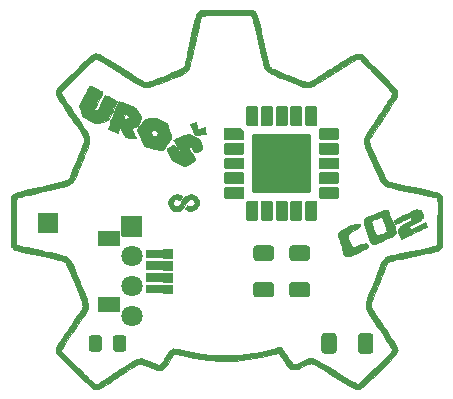
<source format=gbr>
%TF.GenerationSoftware,KiCad,Pcbnew,5.1.10-88a1d61d58~90~ubuntu20.04.1*%
%TF.CreationDate,2021-10-08T11:48:54+02:00*%
%TF.ProjectId,UROS_CO2-brkout,55524f53-5f43-44f3-922d-62726b6f7574,rev?*%
%TF.SameCoordinates,Original*%
%TF.FileFunction,Soldermask,Top*%
%TF.FilePolarity,Negative*%
%FSLAX46Y46*%
G04 Gerber Fmt 4.6, Leading zero omitted, Abs format (unit mm)*
G04 Created by KiCad (PCBNEW 5.1.10-88a1d61d58~90~ubuntu20.04.1) date 2021-10-08 11:48:54*
%MOMM*%
%LPD*%
G01*
G04 APERTURE LIST*
%ADD10C,0.010000*%
%ADD11C,0.100000*%
%ADD12C,0.883477*%
%ADD13C,1.803400*%
%ADD14R,1.700000X1.700000*%
G04 APERTURE END LIST*
D10*
%TO.C,Board2*%
G36*
X82631202Y-56057292D02*
G01*
X82769313Y-56058856D01*
X83016788Y-56064661D01*
X83194933Y-56072685D01*
X83319084Y-56084980D01*
X83404575Y-56103604D01*
X83466743Y-56130610D01*
X83507530Y-56157782D01*
X83569413Y-56206803D01*
X83622931Y-56259213D01*
X83670820Y-56323261D01*
X83715816Y-56407198D01*
X83760653Y-56519276D01*
X83808069Y-56667744D01*
X83860798Y-56860852D01*
X83921576Y-57106852D01*
X83993138Y-57413993D01*
X84078220Y-57790527D01*
X84138770Y-58061586D01*
X84258841Y-58600001D01*
X84362139Y-59062010D01*
X84450265Y-59453858D01*
X84524821Y-59781788D01*
X84587409Y-60052043D01*
X84639631Y-60270867D01*
X84683087Y-60444503D01*
X84719381Y-60579195D01*
X84750112Y-60681186D01*
X84776884Y-60756721D01*
X84801298Y-60812042D01*
X84824955Y-60853392D01*
X84849457Y-60887016D01*
X84869882Y-60911540D01*
X84912842Y-60952632D01*
X84978543Y-60998319D01*
X85074701Y-61052149D01*
X85209033Y-61117667D01*
X85389256Y-61198421D01*
X85623086Y-61297957D01*
X85918241Y-61419822D01*
X86282437Y-61567562D01*
X86402333Y-61615859D01*
X86802235Y-61776038D01*
X87132334Y-61905951D01*
X87401003Y-62007842D01*
X87616615Y-62083955D01*
X87787544Y-62136536D01*
X87922161Y-62167830D01*
X88028840Y-62180081D01*
X88115955Y-62175533D01*
X88191877Y-62156432D01*
X88264980Y-62125023D01*
X88277685Y-62118643D01*
X88339954Y-62083230D01*
X88466800Y-62008024D01*
X88650687Y-61897592D01*
X88884077Y-61756503D01*
X89159434Y-61589326D01*
X89469221Y-61400628D01*
X89805901Y-61194977D01*
X90161936Y-60976943D01*
X90212333Y-60946035D01*
X90570685Y-60727246D01*
X90911261Y-60521265D01*
X91226473Y-60332544D01*
X91508731Y-60165539D01*
X91750445Y-60024703D01*
X91944026Y-59914491D01*
X92081885Y-59839358D01*
X92156431Y-59803756D01*
X92161374Y-59802182D01*
X92307589Y-59782450D01*
X92464252Y-59788053D01*
X92478874Y-59790298D01*
X92522105Y-59801314D01*
X92570944Y-59823434D01*
X92630878Y-59861724D01*
X92707398Y-59921256D01*
X92805994Y-60007099D01*
X92932156Y-60124321D01*
X93091373Y-60277992D01*
X93289136Y-60473183D01*
X93530933Y-60714961D01*
X93822256Y-61008397D01*
X94078857Y-61267757D01*
X94444614Y-61639717D01*
X94764649Y-61969191D01*
X95036438Y-62253478D01*
X95257457Y-62489878D01*
X95425182Y-62675688D01*
X95537089Y-62808209D01*
X95590653Y-62884740D01*
X95591344Y-62886167D01*
X95661116Y-63094128D01*
X95658725Y-63288283D01*
X95611643Y-63438697D01*
X95575975Y-63503703D01*
X95498286Y-63631341D01*
X95383574Y-63813835D01*
X95236836Y-64043404D01*
X95063069Y-64312271D01*
X94867271Y-64612657D01*
X94654438Y-64936784D01*
X94467458Y-65219733D01*
X94244502Y-65556714D01*
X94034349Y-65875425D01*
X93841978Y-66168236D01*
X93672369Y-66427516D01*
X93530504Y-66645634D01*
X93421364Y-66814960D01*
X93349928Y-66927863D01*
X93322648Y-66973626D01*
X93290366Y-67043082D01*
X93269571Y-67112933D01*
X93262830Y-67191033D01*
X93272713Y-67285237D01*
X93301788Y-67403399D01*
X93352623Y-67553372D01*
X93427787Y-67743012D01*
X93529849Y-67980172D01*
X93661377Y-68272706D01*
X93824939Y-68628470D01*
X93956737Y-68912592D01*
X94113148Y-69247266D01*
X94260916Y-69559888D01*
X94395737Y-69841615D01*
X94513305Y-70083601D01*
X94609317Y-70277003D01*
X94679467Y-70412977D01*
X94719451Y-70482680D01*
X94723537Y-70487987D01*
X94759524Y-70522071D01*
X94807872Y-70554582D01*
X94875459Y-70587320D01*
X94969167Y-70622086D01*
X95095876Y-70660679D01*
X95262466Y-70704900D01*
X95475816Y-70756549D01*
X95742808Y-70817428D01*
X96070321Y-70889336D01*
X96465236Y-70974073D01*
X96934433Y-71073440D01*
X97070333Y-71102082D01*
X97467058Y-71186401D01*
X97842171Y-71267594D01*
X98186730Y-71343623D01*
X98491793Y-71412446D01*
X98748417Y-71472025D01*
X98947660Y-71520318D01*
X99080581Y-71555286D01*
X99134917Y-71573092D01*
X99256314Y-71654670D01*
X99362561Y-71763706D01*
X99367750Y-71770802D01*
X99462167Y-71903167D01*
X99462167Y-76058070D01*
X99349528Y-76228252D01*
X99249570Y-76347665D01*
X99133781Y-76443347D01*
X99095528Y-76464962D01*
X99025629Y-76486777D01*
X98881659Y-76522814D01*
X98672651Y-76571101D01*
X98407639Y-76629669D01*
X98095655Y-76696549D01*
X97745733Y-76769771D01*
X97366906Y-76847366D01*
X97043706Y-76912342D01*
X96648440Y-76992032D01*
X96275089Y-77069020D01*
X95932627Y-77141330D01*
X95630031Y-77206991D01*
X95376278Y-77264028D01*
X95180344Y-77310468D01*
X95051206Y-77344338D01*
X95001521Y-77361311D01*
X94887705Y-77440886D01*
X94800363Y-77535398D01*
X94770113Y-77596186D01*
X94712621Y-77725211D01*
X94632138Y-77912116D01*
X94532915Y-78146544D01*
X94419202Y-78418141D01*
X94295249Y-78716550D01*
X94165308Y-79031415D01*
X94033627Y-79352380D01*
X93904458Y-79669089D01*
X93782050Y-79971186D01*
X93670655Y-80248315D01*
X93574523Y-80490120D01*
X93497904Y-80686245D01*
X93445049Y-80826333D01*
X93421785Y-80894285D01*
X93400266Y-81041511D01*
X93407531Y-81183891D01*
X93438702Y-81256557D01*
X93516088Y-81394675D01*
X93637261Y-81594399D01*
X93799791Y-81851884D01*
X94001247Y-82163287D01*
X94239200Y-82524761D01*
X94511220Y-82932463D01*
X94534142Y-82966606D01*
X94822447Y-83397726D01*
X95064091Y-83763277D01*
X95261305Y-84066817D01*
X95416315Y-84311901D01*
X95531349Y-84502088D01*
X95608637Y-84640934D01*
X95650405Y-84731997D01*
X95658936Y-84762307D01*
X95669535Y-84843257D01*
X95670752Y-84918990D01*
X95657967Y-84995251D01*
X95626562Y-85077784D01*
X95571917Y-85172332D01*
X95489413Y-85284639D01*
X95374432Y-85420450D01*
X95222353Y-85585508D01*
X95028559Y-85785557D01*
X94788429Y-86026341D01*
X94497345Y-86313605D01*
X94150687Y-86653092D01*
X94093427Y-86709052D01*
X93742309Y-87051702D01*
X93445580Y-87339514D01*
X93197331Y-87577082D01*
X92991650Y-87769001D01*
X92822626Y-87919867D01*
X92684349Y-88034275D01*
X92570908Y-88116818D01*
X92476392Y-88172091D01*
X92394890Y-88204691D01*
X92320491Y-88219210D01*
X92247285Y-88220245D01*
X92169361Y-88212389D01*
X92160949Y-88211274D01*
X92089715Y-88187696D01*
X91966464Y-88128203D01*
X91788199Y-88031053D01*
X91551917Y-87894505D01*
X91254621Y-87716819D01*
X90893309Y-87496254D01*
X90464982Y-87231069D01*
X90370807Y-87172397D01*
X90030608Y-86960553D01*
X89708767Y-86760709D01*
X89413180Y-86577729D01*
X89151743Y-86416474D01*
X88932353Y-86281807D01*
X88762906Y-86178590D01*
X88651298Y-86111686D01*
X88609858Y-86088035D01*
X88488762Y-86039133D01*
X88363042Y-86022089D01*
X88218324Y-86039689D01*
X88040232Y-86094714D01*
X87814390Y-86189948D01*
X87628273Y-86278089D01*
X87412526Y-86381692D01*
X87254436Y-86452365D01*
X87136271Y-86495717D01*
X87040298Y-86517354D01*
X86948786Y-86522884D01*
X86865231Y-86519370D01*
X86722458Y-86501961D01*
X86602205Y-86463632D01*
X86492392Y-86394085D01*
X86380940Y-86283025D01*
X86255770Y-86120152D01*
X86104802Y-85895171D01*
X86070471Y-85841848D01*
X85947131Y-85651532D01*
X85831597Y-85477086D01*
X85735718Y-85336148D01*
X85671344Y-85246359D01*
X85664837Y-85238014D01*
X85569897Y-85118948D01*
X85171198Y-85231674D01*
X84078863Y-85497064D01*
X82976526Y-85678381D01*
X81864185Y-85775625D01*
X80741841Y-85788796D01*
X79609493Y-85717894D01*
X78467138Y-85562919D01*
X77314776Y-85323871D01*
X77237167Y-85304838D01*
X77045614Y-85255379D01*
X76905133Y-85221923D01*
X76801557Y-85212101D01*
X76720719Y-85233542D01*
X76648452Y-85293873D01*
X76570590Y-85400726D01*
X76472964Y-85561727D01*
X76341409Y-85784508D01*
X76339021Y-85788500D01*
X76193678Y-86027190D01*
X76079154Y-86203524D01*
X75985919Y-86329582D01*
X75904446Y-86417444D01*
X75825207Y-86479189D01*
X75768185Y-86512189D01*
X75640600Y-86560899D01*
X75498966Y-86575658D01*
X75330661Y-86554155D01*
X75123063Y-86494084D01*
X74863550Y-86393135D01*
X74680639Y-86313317D01*
X74413857Y-86195799D01*
X74209527Y-86112515D01*
X74054200Y-86060185D01*
X73934428Y-86035529D01*
X73836759Y-86035267D01*
X73747745Y-86056120D01*
X73700319Y-86074260D01*
X73634505Y-86109967D01*
X73506045Y-86187040D01*
X73323052Y-86300353D01*
X73093640Y-86444780D01*
X72825921Y-86615195D01*
X72528009Y-86806470D01*
X72208018Y-87013481D01*
X72013281Y-87140185D01*
X71686066Y-87352913D01*
X71377879Y-87552069D01*
X71096553Y-87732681D01*
X70849918Y-87889774D01*
X70645806Y-88018373D01*
X70492048Y-88113507D01*
X70396477Y-88170200D01*
X70370108Y-88183777D01*
X70173255Y-88219169D01*
X69959026Y-88193462D01*
X69859351Y-88159035D01*
X69800033Y-88116770D01*
X69688635Y-88021591D01*
X69532616Y-87880778D01*
X69339434Y-87701614D01*
X69116547Y-87491382D01*
X68871413Y-87257362D01*
X68611492Y-87006837D01*
X68344241Y-86747089D01*
X68077118Y-86485400D01*
X67817582Y-86229052D01*
X67573090Y-85985327D01*
X67351103Y-85761507D01*
X67159076Y-85564874D01*
X67004470Y-85402709D01*
X66894742Y-85282296D01*
X66837350Y-85210916D01*
X66833750Y-85204949D01*
X66783627Y-85059125D01*
X66761953Y-84879111D01*
X66770197Y-84702521D01*
X66808929Y-84568633D01*
X66842615Y-84514611D01*
X66918594Y-84398305D01*
X67031658Y-84227518D01*
X67176600Y-84010053D01*
X67348213Y-83753712D01*
X67541288Y-83466300D01*
X67750618Y-83155618D01*
X67864929Y-82986327D01*
X68081577Y-82665024D01*
X68285332Y-82361519D01*
X68470864Y-82083845D01*
X68632846Y-81840034D01*
X68765952Y-81638119D01*
X68864853Y-81486131D01*
X68924223Y-81392103D01*
X68937499Y-81369180D01*
X68968721Y-81302052D01*
X68989569Y-81233597D01*
X68997857Y-81156227D01*
X68991396Y-81062351D01*
X68967999Y-80944379D01*
X68925476Y-80794724D01*
X68861640Y-80605794D01*
X68774303Y-80370000D01*
X68661276Y-80079754D01*
X68520373Y-79727466D01*
X68349403Y-79305545D01*
X68325826Y-79247573D01*
X68179691Y-78890642D01*
X68040922Y-78556089D01*
X67913223Y-78252528D01*
X67800298Y-77988573D01*
X67705853Y-77772839D01*
X67633593Y-77613940D01*
X67587221Y-77520491D01*
X67574509Y-77500557D01*
X67482885Y-77421975D01*
X67373600Y-77352961D01*
X67307225Y-77331003D01*
X67166704Y-77293887D01*
X66960801Y-77243633D01*
X66698275Y-77182258D01*
X66387889Y-77111779D01*
X66038403Y-77034215D01*
X65658580Y-76951584D01*
X65278000Y-76870307D01*
X64739833Y-76755194D01*
X64281042Y-76654463D01*
X63902303Y-76568274D01*
X63604293Y-76496790D01*
X63387688Y-76440170D01*
X63253164Y-76398576D01*
X63206282Y-76377146D01*
X63104907Y-76285855D01*
X63015782Y-76183696D01*
X62995873Y-76154891D01*
X62979247Y-76121536D01*
X62965607Y-76076232D01*
X62954659Y-76011583D01*
X62946106Y-75920191D01*
X62939654Y-75794658D01*
X62935007Y-75627586D01*
X62931869Y-75411578D01*
X62929945Y-75139237D01*
X62928939Y-74803164D01*
X62928556Y-74395963D01*
X62928500Y-73998667D01*
X62928583Y-73526922D01*
X62929031Y-73132438D01*
X62930144Y-72807809D01*
X62932221Y-72545630D01*
X62935564Y-72338493D01*
X62940471Y-72178994D01*
X62942644Y-72140721D01*
X63330667Y-72140721D01*
X63330667Y-73996337D01*
X63330877Y-74443702D01*
X63331705Y-74814106D01*
X63333445Y-75115255D01*
X63336392Y-75354854D01*
X63340840Y-75540610D01*
X63347086Y-75680227D01*
X63355422Y-75781412D01*
X63366144Y-75851870D01*
X63379548Y-75899306D01*
X63395927Y-75931427D01*
X63405173Y-75943965D01*
X63432466Y-75967659D01*
X63480849Y-75992866D01*
X63557180Y-76021295D01*
X63668320Y-76054657D01*
X63821130Y-76094661D01*
X64022470Y-76143020D01*
X64279201Y-76201442D01*
X64598183Y-76271639D01*
X64986275Y-76355320D01*
X65450340Y-76454197D01*
X65459414Y-76456123D01*
X65860762Y-76542055D01*
X66239871Y-76624679D01*
X66588047Y-76701998D01*
X66896593Y-76772012D01*
X67156814Y-76832725D01*
X67360017Y-76882138D01*
X67497506Y-76918254D01*
X67559999Y-76938764D01*
X67806836Y-77109881D01*
X67996709Y-77333342D01*
X68047539Y-77422598D01*
X68085059Y-77504473D01*
X68150387Y-77655128D01*
X68239471Y-77864897D01*
X68348262Y-78124116D01*
X68472709Y-78423120D01*
X68608760Y-78752244D01*
X68752366Y-79101823D01*
X68794854Y-79205667D01*
X68956493Y-79601598D01*
X69088817Y-79927738D01*
X69194749Y-80192583D01*
X69277214Y-80404629D01*
X69339135Y-80572372D01*
X69383436Y-80704310D01*
X69413041Y-80808939D01*
X69430874Y-80894755D01*
X69439859Y-80970255D01*
X69442919Y-81043935D01*
X69443131Y-81089500D01*
X69427655Y-81326976D01*
X69380547Y-81501046D01*
X69364843Y-81534000D01*
X69334404Y-81586876D01*
X69280505Y-81673379D01*
X69200579Y-81797357D01*
X69092059Y-81962659D01*
X68952378Y-82173133D01*
X68778968Y-82432626D01*
X68569262Y-82744987D01*
X68320692Y-83114063D01*
X68030693Y-83543703D01*
X67696695Y-84037756D01*
X67535034Y-84276686D01*
X67410376Y-84466683D01*
X67305122Y-84638154D01*
X67227849Y-84776255D01*
X67187135Y-84866144D01*
X67183000Y-84885855D01*
X67209942Y-84936448D01*
X67291583Y-85036962D01*
X67429147Y-85188681D01*
X67623854Y-85392885D01*
X67876929Y-85650858D01*
X68189593Y-85963881D01*
X68563070Y-86333237D01*
X68564017Y-86334169D01*
X68849607Y-86614455D01*
X69119078Y-86877348D01*
X69365971Y-87116661D01*
X69583827Y-87326204D01*
X69766187Y-87499788D01*
X69906593Y-87631225D01*
X69998584Y-87714324D01*
X70033307Y-87742027D01*
X70154598Y-87768070D01*
X70212321Y-87756054D01*
X70266077Y-87726175D01*
X70382859Y-87654781D01*
X70554912Y-87546817D01*
X70774480Y-87407228D01*
X71033808Y-87240960D01*
X71325141Y-87052956D01*
X71640724Y-86848162D01*
X71843948Y-86715719D01*
X72173955Y-86501453D01*
X72487578Y-86300021D01*
X72776569Y-86116564D01*
X73032678Y-85956220D01*
X73247656Y-85824131D01*
X73413255Y-85725436D01*
X73521226Y-85665274D01*
X73554167Y-85650071D01*
X73726949Y-85606242D01*
X73909745Y-85598115D01*
X74116012Y-85628195D01*
X74359209Y-85698987D01*
X74652796Y-85812995D01*
X74819491Y-85885559D01*
X75029961Y-85977446D01*
X75217596Y-86055317D01*
X75366843Y-86113024D01*
X75462150Y-86144417D01*
X75484087Y-86148333D01*
X75531378Y-86136051D01*
X75586708Y-86093459D01*
X75656625Y-86011940D01*
X75747675Y-85882877D01*
X75866404Y-85697653D01*
X76019359Y-85447651D01*
X76030815Y-85428667D01*
X76194451Y-85169486D01*
X76332608Y-84980201D01*
X76453069Y-84852850D01*
X76563616Y-84779467D01*
X76672031Y-84752090D01*
X76692609Y-84751432D01*
X76780740Y-84761175D01*
X76932208Y-84788010D01*
X77128277Y-84828231D01*
X77350209Y-84878134D01*
X77433443Y-84897905D01*
X78296659Y-85084636D01*
X79125292Y-85217791D01*
X79947724Y-85300394D01*
X80792341Y-85335466D01*
X81503303Y-85331329D01*
X82210103Y-85301583D01*
X82861998Y-85245888D01*
X83485887Y-85160119D01*
X84108670Y-85040151D01*
X84757247Y-84881859D01*
X85152927Y-84771708D01*
X85371410Y-84710894D01*
X85560205Y-84662838D01*
X85704973Y-84630835D01*
X85791374Y-84618177D01*
X85809094Y-84621000D01*
X85838010Y-84665006D01*
X85905927Y-84768548D01*
X86005446Y-84920344D01*
X86129171Y-85109109D01*
X86269704Y-85323559D01*
X86293452Y-85359803D01*
X86480886Y-85639772D01*
X86633321Y-85854420D01*
X86748872Y-86001257D01*
X86825650Y-86077794D01*
X86845787Y-86088353D01*
X86928248Y-86079395D01*
X87076738Y-86030663D01*
X87283998Y-85944785D01*
X87441501Y-85872782D01*
X87651226Y-85778459D01*
X87853424Y-85695205D01*
X88025728Y-85631755D01*
X88145774Y-85596846D01*
X88150189Y-85595971D01*
X88244097Y-85580177D01*
X88332623Y-85572819D01*
X88422736Y-85577234D01*
X88521408Y-85596762D01*
X88635611Y-85634741D01*
X88772315Y-85694509D01*
X88938491Y-85779404D01*
X89141112Y-85892766D01*
X89387147Y-86037933D01*
X89683569Y-86218243D01*
X90037348Y-86437036D01*
X90455455Y-86697648D01*
X90471359Y-86707580D01*
X90837225Y-86934770D01*
X91176052Y-87142622D01*
X91481248Y-87327248D01*
X91746220Y-87484759D01*
X91964377Y-87611268D01*
X92129125Y-87702888D01*
X92233874Y-87755729D01*
X92268654Y-87767583D01*
X92310774Y-87750942D01*
X92385187Y-87698719D01*
X92495670Y-87607463D01*
X92646001Y-87473724D01*
X92839956Y-87294053D01*
X93081313Y-87064998D01*
X93373850Y-86783111D01*
X93721342Y-86444940D01*
X93788159Y-86379645D01*
X94128985Y-86045632D01*
X94413201Y-85765193D01*
X94645434Y-85533438D01*
X94830314Y-85345476D01*
X94972467Y-85196416D01*
X95076523Y-85081365D01*
X95147110Y-84995435D01*
X95188856Y-84933733D01*
X95206389Y-84891368D01*
X95207667Y-84879549D01*
X95185877Y-84816073D01*
X95119893Y-84692383D01*
X95008793Y-84507014D01*
X94851656Y-84258502D01*
X94647559Y-83945383D01*
X94395581Y-83566191D01*
X94165993Y-83224779D01*
X93944835Y-82896098D01*
X93736080Y-82583613D01*
X93545051Y-82295454D01*
X93377069Y-82039747D01*
X93237457Y-81824622D01*
X93131536Y-81658207D01*
X93064629Y-81548629D01*
X93045089Y-81512833D01*
X92985016Y-81311244D01*
X92964930Y-81074791D01*
X92966423Y-81005634D01*
X92973260Y-80934765D01*
X92988240Y-80854201D01*
X93014161Y-80755962D01*
X93053822Y-80632065D01*
X93110023Y-80474531D01*
X93185561Y-80275377D01*
X93283236Y-80026621D01*
X93405847Y-79720284D01*
X93556192Y-79348382D01*
X93660182Y-79092159D01*
X93809631Y-78727079D01*
X93953116Y-78381974D01*
X94086782Y-78065730D01*
X94206775Y-77787235D01*
X94309239Y-77555374D01*
X94390320Y-77379035D01*
X94446163Y-77267105D01*
X94465949Y-77234562D01*
X94521742Y-77164735D01*
X94579534Y-77103851D01*
X94646680Y-77049656D01*
X94730532Y-76999899D01*
X94838443Y-76952326D01*
X94977766Y-76904684D01*
X95155853Y-76854722D01*
X95380058Y-76800185D01*
X95657733Y-76738822D01*
X95996231Y-76668380D01*
X96402905Y-76586606D01*
X96885107Y-76491247D01*
X96904676Y-76487392D01*
X97415541Y-76385870D01*
X97846333Y-76298228D01*
X98200371Y-76223721D01*
X98480975Y-76161600D01*
X98691465Y-76111120D01*
X98835161Y-76071532D01*
X98915382Y-76042089D01*
X98932693Y-76030974D01*
X98952634Y-76002862D01*
X98969047Y-75956467D01*
X98982537Y-75882972D01*
X98993708Y-75773563D01*
X99003166Y-75619426D01*
X99011517Y-75411746D01*
X99019365Y-75141707D01*
X99027315Y-74800496D01*
X99031778Y-74587734D01*
X99042245Y-74065836D01*
X99050504Y-73621943D01*
X99056410Y-73249421D01*
X99059817Y-72941633D01*
X99060581Y-72691944D01*
X99058555Y-72493718D01*
X99053594Y-72340320D01*
X99045555Y-72225114D01*
X99034290Y-72141464D01*
X99019655Y-72082734D01*
X99001505Y-72042289D01*
X98979695Y-72013494D01*
X98975333Y-72009000D01*
X98902068Y-71947057D01*
X98855291Y-71924333D01*
X98808009Y-71915814D01*
X98686065Y-71891387D01*
X98497612Y-71852749D01*
X98250804Y-71801597D01*
X97953793Y-71739627D01*
X97614735Y-71668535D01*
X97241783Y-71590018D01*
X96843089Y-71505772D01*
X96814096Y-71499634D01*
X96324159Y-71395538D01*
X95909940Y-71306263D01*
X95564234Y-71229546D01*
X95279834Y-71163123D01*
X95049534Y-71104734D01*
X94866128Y-71052113D01*
X94722408Y-71002999D01*
X94611170Y-70955129D01*
X94525205Y-70906239D01*
X94457309Y-70854068D01*
X94400275Y-70796351D01*
X94346896Y-70730826D01*
X94340923Y-70723025D01*
X94291284Y-70641967D01*
X94213171Y-70494487D01*
X94111490Y-70291316D01*
X93991144Y-70043182D01*
X93857041Y-69760815D01*
X93714084Y-69454943D01*
X93567179Y-69136296D01*
X93421231Y-68815604D01*
X93281145Y-68503596D01*
X93151826Y-68211001D01*
X93038180Y-67948548D01*
X92945110Y-67726966D01*
X92877524Y-67556985D01*
X92840325Y-67449335D01*
X92835831Y-67430836D01*
X92819507Y-67336224D01*
X92810845Y-67248502D01*
X92813252Y-67160966D01*
X92830133Y-67066909D01*
X92864894Y-66959624D01*
X92920941Y-66832407D01*
X93001679Y-66678550D01*
X93110515Y-66491349D01*
X93250854Y-66264097D01*
X93426102Y-65990087D01*
X93639665Y-65662615D01*
X93894948Y-65274974D01*
X94049671Y-65040805D01*
X94322082Y-64627783D01*
X94550392Y-64279303D01*
X94737998Y-63989814D01*
X94888293Y-63753767D01*
X95004672Y-63565612D01*
X95090530Y-63419800D01*
X95149261Y-63310780D01*
X95184261Y-63233003D01*
X95198922Y-63180920D01*
X95199519Y-63160952D01*
X95183261Y-63117408D01*
X95138761Y-63049503D01*
X95061782Y-62952565D01*
X94948090Y-62821921D01*
X94793449Y-62652898D01*
X94593623Y-62440825D01*
X94344377Y-62181028D01*
X94041475Y-61868834D01*
X93855558Y-61678303D01*
X93577504Y-61394549D01*
X93314948Y-61128069D01*
X93074342Y-60885308D01*
X92862139Y-60672708D01*
X92684791Y-60496716D01*
X92548752Y-60363776D01*
X92460473Y-60280331D01*
X92429647Y-60254209D01*
X92338449Y-60214646D01*
X92248380Y-60237312D01*
X92236589Y-60243310D01*
X92181765Y-60275139D01*
X92062162Y-60346732D01*
X91885179Y-60453595D01*
X91658216Y-60591232D01*
X91388670Y-60755150D01*
X91083942Y-60940855D01*
X90751429Y-61143851D01*
X90398532Y-61359645D01*
X90360500Y-61382921D01*
X90003832Y-61600958D01*
X89665042Y-61807544D01*
X89351794Y-61998039D01*
X89071755Y-62167806D01*
X88832591Y-62312208D01*
X88641968Y-62426605D01*
X88507552Y-62506362D01*
X88437009Y-62546838D01*
X88434333Y-62548252D01*
X88256513Y-62605740D01*
X88018623Y-62628621D01*
X88011000Y-62628732D01*
X87931448Y-62627924D01*
X87852905Y-62621312D01*
X87765750Y-62605736D01*
X87660366Y-62578037D01*
X87527132Y-62535054D01*
X87356429Y-62473625D01*
X87138638Y-62390592D01*
X86864139Y-62282793D01*
X86523313Y-62147067D01*
X86423500Y-62107155D01*
X86097471Y-61976018D01*
X85786124Y-61849459D01*
X85500955Y-61732249D01*
X85253459Y-61629163D01*
X85055131Y-61544973D01*
X84917467Y-61484452D01*
X84870497Y-61462350D01*
X84625553Y-61301301D01*
X84444576Y-61089535D01*
X84352426Y-60910830D01*
X84330749Y-60840018D01*
X84292947Y-60695278D01*
X84241096Y-60485371D01*
X84177272Y-60219055D01*
X84103551Y-59905090D01*
X84022008Y-59552237D01*
X83934719Y-59169254D01*
X83843760Y-58764901D01*
X83841349Y-58754108D01*
X83751532Y-58352603D01*
X83666801Y-57974832D01*
X83589041Y-57629139D01*
X83520139Y-57323862D01*
X83461982Y-57067343D01*
X83416457Y-56867923D01*
X83385449Y-56733943D01*
X83370846Y-56673742D01*
X83370522Y-56672622D01*
X83355710Y-56629064D01*
X83335019Y-56592696D01*
X83301382Y-56563001D01*
X83247731Y-56539462D01*
X83167001Y-56521561D01*
X83052124Y-56508783D01*
X82896034Y-56500609D01*
X82691664Y-56496523D01*
X82431947Y-56496006D01*
X82109818Y-56498543D01*
X81718208Y-56503616D01*
X81250052Y-56510708D01*
X81174167Y-56511892D01*
X80769753Y-56518854D01*
X80389886Y-56526630D01*
X80043234Y-56534955D01*
X79738468Y-56543563D01*
X79484258Y-56552188D01*
X79289272Y-56560564D01*
X79162183Y-56568426D01*
X79112464Y-56575069D01*
X79089730Y-56586703D01*
X79068850Y-56604447D01*
X79048125Y-56634930D01*
X79025858Y-56684783D01*
X79000353Y-56760638D01*
X78969911Y-56869124D01*
X78932835Y-57016873D01*
X78887428Y-57210516D01*
X78831993Y-57456682D01*
X78764831Y-57762003D01*
X78684246Y-58133110D01*
X78588540Y-58576632D01*
X78527366Y-58860689D01*
X78439616Y-59263908D01*
X78354666Y-59645998D01*
X78274612Y-59998108D01*
X78201546Y-60311392D01*
X78137564Y-60576998D01*
X78084759Y-60786078D01*
X78045226Y-60929783D01*
X78021448Y-60998522D01*
X77895521Y-61180749D01*
X77722659Y-61351951D01*
X77537400Y-61478068D01*
X77532834Y-61480386D01*
X77463756Y-61511221D01*
X77326285Y-61569274D01*
X77130651Y-61650345D01*
X76887083Y-61750232D01*
X76605810Y-61864735D01*
X76297062Y-61989654D01*
X76072334Y-62080134D01*
X75670556Y-62240506D01*
X75337814Y-62370203D01*
X75065196Y-62471605D01*
X74843791Y-62547090D01*
X74664688Y-62599040D01*
X74518975Y-62629833D01*
X74397741Y-62641849D01*
X74292075Y-62637469D01*
X74193063Y-62619071D01*
X74125667Y-62599980D01*
X74053098Y-62566116D01*
X73916702Y-62491367D01*
X73724088Y-62380292D01*
X73482866Y-62237450D01*
X73200646Y-62067399D01*
X72885037Y-61874696D01*
X72543651Y-61663901D01*
X72184097Y-61439573D01*
X72093667Y-61382793D01*
X71734480Y-61157776D01*
X71394746Y-60946471D01*
X71081605Y-60753216D01*
X70802199Y-60582346D01*
X70563671Y-60438197D01*
X70373162Y-60325107D01*
X70237814Y-60247410D01*
X70164768Y-60209444D01*
X70156262Y-60206485D01*
X70120589Y-60210779D01*
X70067270Y-60238270D01*
X69990480Y-60294110D01*
X69884391Y-60383453D01*
X69743178Y-60511453D01*
X69561016Y-60683263D01*
X69332077Y-60904036D01*
X69050535Y-61178926D01*
X68992096Y-61236245D01*
X68615294Y-61606048D01*
X68294449Y-61921183D01*
X68025120Y-62186319D01*
X67802868Y-62406124D01*
X67623254Y-62585269D01*
X67481837Y-62728421D01*
X67374179Y-62840249D01*
X67295839Y-62925422D01*
X67242379Y-62988609D01*
X67209358Y-63034479D01*
X67192337Y-63067700D01*
X67186877Y-63092941D01*
X67188538Y-63114871D01*
X67191402Y-63129919D01*
X67218384Y-63184045D01*
X67288317Y-63300664D01*
X67396389Y-63472364D01*
X67537785Y-63691730D01*
X67707693Y-63951351D01*
X67901298Y-64243812D01*
X68113788Y-64561701D01*
X68312131Y-64855930D01*
X68539243Y-65192255D01*
X68753723Y-65511259D01*
X68950462Y-65805246D01*
X69124354Y-66066521D01*
X69270290Y-66287388D01*
X69383164Y-66460153D01*
X69457867Y-66577119D01*
X69487500Y-66626846D01*
X69563528Y-66852296D01*
X69586763Y-67109417D01*
X69554935Y-67361941D01*
X69537300Y-67422548D01*
X69498849Y-67528630D01*
X69434253Y-67695814D01*
X69347931Y-67913431D01*
X69244304Y-68170811D01*
X69127789Y-68457283D01*
X69002806Y-68762178D01*
X68873774Y-69074824D01*
X68745113Y-69384551D01*
X68621242Y-69680690D01*
X68506580Y-69952570D01*
X68405546Y-70189520D01*
X68322559Y-70380871D01*
X68262039Y-70515952D01*
X68228405Y-70584092D01*
X68226929Y-70586453D01*
X68152290Y-70670860D01*
X68037368Y-70770849D01*
X67963299Y-70825640D01*
X67912814Y-70857353D01*
X67851814Y-70888235D01*
X67773078Y-70920220D01*
X67669385Y-70955239D01*
X67533515Y-70995225D01*
X67358248Y-71042110D01*
X67136363Y-71097828D01*
X66860639Y-71164310D01*
X66523856Y-71243489D01*
X66118795Y-71337297D01*
X65644899Y-71446140D01*
X65165214Y-71556339D01*
X64761382Y-71649924D01*
X64426620Y-71728702D01*
X64154143Y-71794477D01*
X63937165Y-71849056D01*
X63768903Y-71894245D01*
X63642571Y-71931848D01*
X63551385Y-71963672D01*
X63488560Y-71991523D01*
X63447311Y-72017205D01*
X63425917Y-72036713D01*
X63330667Y-72140721D01*
X62942644Y-72140721D01*
X62947243Y-72059727D01*
X62956178Y-71973285D01*
X62967577Y-71912263D01*
X62981740Y-71869255D01*
X62998967Y-71836856D01*
X63017059Y-71811021D01*
X63061138Y-71754760D01*
X63108860Y-71704890D01*
X63167262Y-71659184D01*
X63243381Y-71615415D01*
X63344254Y-71571357D01*
X63476918Y-71524785D01*
X63648411Y-71473470D01*
X63865769Y-71415188D01*
X64136031Y-71347712D01*
X64466232Y-71268815D01*
X64863411Y-71176272D01*
X65334605Y-71067855D01*
X65448962Y-71041637D01*
X65953193Y-70924996D01*
X66401842Y-70818996D01*
X66790642Y-70724717D01*
X67115326Y-70643237D01*
X67371628Y-70575637D01*
X67555280Y-70522996D01*
X67662015Y-70486394D01*
X67681732Y-70476785D01*
X67725987Y-70448440D01*
X67765874Y-70416784D01*
X67804961Y-70374469D01*
X67846814Y-70314143D01*
X67894999Y-70228458D01*
X67953083Y-70110063D01*
X68024632Y-69951608D01*
X68113214Y-69745745D01*
X68222395Y-69485122D01*
X68355740Y-69162389D01*
X68516818Y-68770198D01*
X68554812Y-68677568D01*
X68717852Y-68278191D01*
X68850064Y-67948357D01*
X68953706Y-67679677D01*
X69031038Y-67463761D01*
X69084319Y-67292218D01*
X69115809Y-67156659D01*
X69127767Y-67048694D01*
X69122452Y-66959933D01*
X69102125Y-66881986D01*
X69069044Y-66806464D01*
X69062282Y-66793199D01*
X69025062Y-66731838D01*
X68945336Y-66608061D01*
X68828167Y-66429487D01*
X68678618Y-66203739D01*
X68501755Y-65938438D01*
X68302641Y-65641206D01*
X68086340Y-65319663D01*
X67889483Y-65028094D01*
X67631665Y-64646612D01*
X67417326Y-64328374D01*
X67242386Y-64066579D01*
X67102764Y-63854426D01*
X66994379Y-63685114D01*
X66913150Y-63551840D01*
X66854997Y-63447802D01*
X66815840Y-63366201D01*
X66791596Y-63300233D01*
X66778187Y-63243097D01*
X66771530Y-63187992D01*
X66769618Y-63161543D01*
X66772517Y-62970804D01*
X66813932Y-62825372D01*
X66831167Y-62791865D01*
X66876375Y-62735166D01*
X66976031Y-62625962D01*
X67123812Y-62470700D01*
X67313399Y-62275830D01*
X67538468Y-62047800D01*
X67792700Y-61793059D01*
X68069772Y-61518054D01*
X68353586Y-61238814D01*
X68697307Y-60902197D01*
X68986554Y-60620105D01*
X69227430Y-60387909D01*
X69426037Y-60200982D01*
X69588477Y-60054695D01*
X69720850Y-59944419D01*
X69829260Y-59865526D01*
X69919808Y-59813388D01*
X69998596Y-59783377D01*
X70071726Y-59770864D01*
X70145299Y-59771221D01*
X70225418Y-59779819D01*
X70269331Y-59785694D01*
X70334566Y-59806863D01*
X70445913Y-59860130D01*
X70606922Y-59947584D01*
X70821142Y-60071314D01*
X71092124Y-60233408D01*
X71423417Y-60435955D01*
X71818573Y-60681043D01*
X72245733Y-60948508D01*
X72602657Y-61172604D01*
X72939964Y-61384041D01*
X73250454Y-61578330D01*
X73526926Y-61750980D01*
X73762179Y-61897502D01*
X73949012Y-62013406D01*
X74080224Y-62094202D01*
X74148614Y-62135400D01*
X74154633Y-62138766D01*
X74224734Y-62169346D01*
X74301987Y-62186283D01*
X74394682Y-62187299D01*
X74511102Y-62170115D01*
X74659535Y-62132454D01*
X74848268Y-62072034D01*
X75085586Y-61986579D01*
X75379776Y-61873809D01*
X75739124Y-61731446D01*
X75963565Y-61641308D01*
X76288737Y-61508683D01*
X76594230Y-61380987D01*
X76869714Y-61262774D01*
X77104863Y-61158597D01*
X77289346Y-61073009D01*
X77412837Y-61010562D01*
X77458304Y-60982392D01*
X77560225Y-60882916D01*
X77634449Y-60778609D01*
X77645297Y-60755126D01*
X77662639Y-60692279D01*
X77695811Y-60555104D01*
X77742908Y-60352060D01*
X77802026Y-60091607D01*
X77871262Y-59782205D01*
X77948712Y-59432315D01*
X78032472Y-59050396D01*
X78120638Y-58644908D01*
X78132181Y-58591565D01*
X78221212Y-58183674D01*
X78306882Y-57798368D01*
X78387200Y-57444099D01*
X78460177Y-57129320D01*
X78523825Y-56862484D01*
X78576155Y-56652041D01*
X78615176Y-56506446D01*
X78638900Y-56434150D01*
X78640725Y-56430630D01*
X78718375Y-56335259D01*
X78829257Y-56236976D01*
X78857264Y-56216731D01*
X79008824Y-56112833D01*
X80578329Y-56080022D01*
X80967149Y-56072594D01*
X81357182Y-56066430D01*
X81733516Y-56061674D01*
X82081239Y-56058469D01*
X82385438Y-56056961D01*
X82631202Y-56057292D01*
G37*
X82631202Y-56057292D02*
X82769313Y-56058856D01*
X83016788Y-56064661D01*
X83194933Y-56072685D01*
X83319084Y-56084980D01*
X83404575Y-56103604D01*
X83466743Y-56130610D01*
X83507530Y-56157782D01*
X83569413Y-56206803D01*
X83622931Y-56259213D01*
X83670820Y-56323261D01*
X83715816Y-56407198D01*
X83760653Y-56519276D01*
X83808069Y-56667744D01*
X83860798Y-56860852D01*
X83921576Y-57106852D01*
X83993138Y-57413993D01*
X84078220Y-57790527D01*
X84138770Y-58061586D01*
X84258841Y-58600001D01*
X84362139Y-59062010D01*
X84450265Y-59453858D01*
X84524821Y-59781788D01*
X84587409Y-60052043D01*
X84639631Y-60270867D01*
X84683087Y-60444503D01*
X84719381Y-60579195D01*
X84750112Y-60681186D01*
X84776884Y-60756721D01*
X84801298Y-60812042D01*
X84824955Y-60853392D01*
X84849457Y-60887016D01*
X84869882Y-60911540D01*
X84912842Y-60952632D01*
X84978543Y-60998319D01*
X85074701Y-61052149D01*
X85209033Y-61117667D01*
X85389256Y-61198421D01*
X85623086Y-61297957D01*
X85918241Y-61419822D01*
X86282437Y-61567562D01*
X86402333Y-61615859D01*
X86802235Y-61776038D01*
X87132334Y-61905951D01*
X87401003Y-62007842D01*
X87616615Y-62083955D01*
X87787544Y-62136536D01*
X87922161Y-62167830D01*
X88028840Y-62180081D01*
X88115955Y-62175533D01*
X88191877Y-62156432D01*
X88264980Y-62125023D01*
X88277685Y-62118643D01*
X88339954Y-62083230D01*
X88466800Y-62008024D01*
X88650687Y-61897592D01*
X88884077Y-61756503D01*
X89159434Y-61589326D01*
X89469221Y-61400628D01*
X89805901Y-61194977D01*
X90161936Y-60976943D01*
X90212333Y-60946035D01*
X90570685Y-60727246D01*
X90911261Y-60521265D01*
X91226473Y-60332544D01*
X91508731Y-60165539D01*
X91750445Y-60024703D01*
X91944026Y-59914491D01*
X92081885Y-59839358D01*
X92156431Y-59803756D01*
X92161374Y-59802182D01*
X92307589Y-59782450D01*
X92464252Y-59788053D01*
X92478874Y-59790298D01*
X92522105Y-59801314D01*
X92570944Y-59823434D01*
X92630878Y-59861724D01*
X92707398Y-59921256D01*
X92805994Y-60007099D01*
X92932156Y-60124321D01*
X93091373Y-60277992D01*
X93289136Y-60473183D01*
X93530933Y-60714961D01*
X93822256Y-61008397D01*
X94078857Y-61267757D01*
X94444614Y-61639717D01*
X94764649Y-61969191D01*
X95036438Y-62253478D01*
X95257457Y-62489878D01*
X95425182Y-62675688D01*
X95537089Y-62808209D01*
X95590653Y-62884740D01*
X95591344Y-62886167D01*
X95661116Y-63094128D01*
X95658725Y-63288283D01*
X95611643Y-63438697D01*
X95575975Y-63503703D01*
X95498286Y-63631341D01*
X95383574Y-63813835D01*
X95236836Y-64043404D01*
X95063069Y-64312271D01*
X94867271Y-64612657D01*
X94654438Y-64936784D01*
X94467458Y-65219733D01*
X94244502Y-65556714D01*
X94034349Y-65875425D01*
X93841978Y-66168236D01*
X93672369Y-66427516D01*
X93530504Y-66645634D01*
X93421364Y-66814960D01*
X93349928Y-66927863D01*
X93322648Y-66973626D01*
X93290366Y-67043082D01*
X93269571Y-67112933D01*
X93262830Y-67191033D01*
X93272713Y-67285237D01*
X93301788Y-67403399D01*
X93352623Y-67553372D01*
X93427787Y-67743012D01*
X93529849Y-67980172D01*
X93661377Y-68272706D01*
X93824939Y-68628470D01*
X93956737Y-68912592D01*
X94113148Y-69247266D01*
X94260916Y-69559888D01*
X94395737Y-69841615D01*
X94513305Y-70083601D01*
X94609317Y-70277003D01*
X94679467Y-70412977D01*
X94719451Y-70482680D01*
X94723537Y-70487987D01*
X94759524Y-70522071D01*
X94807872Y-70554582D01*
X94875459Y-70587320D01*
X94969167Y-70622086D01*
X95095876Y-70660679D01*
X95262466Y-70704900D01*
X95475816Y-70756549D01*
X95742808Y-70817428D01*
X96070321Y-70889336D01*
X96465236Y-70974073D01*
X96934433Y-71073440D01*
X97070333Y-71102082D01*
X97467058Y-71186401D01*
X97842171Y-71267594D01*
X98186730Y-71343623D01*
X98491793Y-71412446D01*
X98748417Y-71472025D01*
X98947660Y-71520318D01*
X99080581Y-71555286D01*
X99134917Y-71573092D01*
X99256314Y-71654670D01*
X99362561Y-71763706D01*
X99367750Y-71770802D01*
X99462167Y-71903167D01*
X99462167Y-76058070D01*
X99349528Y-76228252D01*
X99249570Y-76347665D01*
X99133781Y-76443347D01*
X99095528Y-76464962D01*
X99025629Y-76486777D01*
X98881659Y-76522814D01*
X98672651Y-76571101D01*
X98407639Y-76629669D01*
X98095655Y-76696549D01*
X97745733Y-76769771D01*
X97366906Y-76847366D01*
X97043706Y-76912342D01*
X96648440Y-76992032D01*
X96275089Y-77069020D01*
X95932627Y-77141330D01*
X95630031Y-77206991D01*
X95376278Y-77264028D01*
X95180344Y-77310468D01*
X95051206Y-77344338D01*
X95001521Y-77361311D01*
X94887705Y-77440886D01*
X94800363Y-77535398D01*
X94770113Y-77596186D01*
X94712621Y-77725211D01*
X94632138Y-77912116D01*
X94532915Y-78146544D01*
X94419202Y-78418141D01*
X94295249Y-78716550D01*
X94165308Y-79031415D01*
X94033627Y-79352380D01*
X93904458Y-79669089D01*
X93782050Y-79971186D01*
X93670655Y-80248315D01*
X93574523Y-80490120D01*
X93497904Y-80686245D01*
X93445049Y-80826333D01*
X93421785Y-80894285D01*
X93400266Y-81041511D01*
X93407531Y-81183891D01*
X93438702Y-81256557D01*
X93516088Y-81394675D01*
X93637261Y-81594399D01*
X93799791Y-81851884D01*
X94001247Y-82163287D01*
X94239200Y-82524761D01*
X94511220Y-82932463D01*
X94534142Y-82966606D01*
X94822447Y-83397726D01*
X95064091Y-83763277D01*
X95261305Y-84066817D01*
X95416315Y-84311901D01*
X95531349Y-84502088D01*
X95608637Y-84640934D01*
X95650405Y-84731997D01*
X95658936Y-84762307D01*
X95669535Y-84843257D01*
X95670752Y-84918990D01*
X95657967Y-84995251D01*
X95626562Y-85077784D01*
X95571917Y-85172332D01*
X95489413Y-85284639D01*
X95374432Y-85420450D01*
X95222353Y-85585508D01*
X95028559Y-85785557D01*
X94788429Y-86026341D01*
X94497345Y-86313605D01*
X94150687Y-86653092D01*
X94093427Y-86709052D01*
X93742309Y-87051702D01*
X93445580Y-87339514D01*
X93197331Y-87577082D01*
X92991650Y-87769001D01*
X92822626Y-87919867D01*
X92684349Y-88034275D01*
X92570908Y-88116818D01*
X92476392Y-88172091D01*
X92394890Y-88204691D01*
X92320491Y-88219210D01*
X92247285Y-88220245D01*
X92169361Y-88212389D01*
X92160949Y-88211274D01*
X92089715Y-88187696D01*
X91966464Y-88128203D01*
X91788199Y-88031053D01*
X91551917Y-87894505D01*
X91254621Y-87716819D01*
X90893309Y-87496254D01*
X90464982Y-87231069D01*
X90370807Y-87172397D01*
X90030608Y-86960553D01*
X89708767Y-86760709D01*
X89413180Y-86577729D01*
X89151743Y-86416474D01*
X88932353Y-86281807D01*
X88762906Y-86178590D01*
X88651298Y-86111686D01*
X88609858Y-86088035D01*
X88488762Y-86039133D01*
X88363042Y-86022089D01*
X88218324Y-86039689D01*
X88040232Y-86094714D01*
X87814390Y-86189948D01*
X87628273Y-86278089D01*
X87412526Y-86381692D01*
X87254436Y-86452365D01*
X87136271Y-86495717D01*
X87040298Y-86517354D01*
X86948786Y-86522884D01*
X86865231Y-86519370D01*
X86722458Y-86501961D01*
X86602205Y-86463632D01*
X86492392Y-86394085D01*
X86380940Y-86283025D01*
X86255770Y-86120152D01*
X86104802Y-85895171D01*
X86070471Y-85841848D01*
X85947131Y-85651532D01*
X85831597Y-85477086D01*
X85735718Y-85336148D01*
X85671344Y-85246359D01*
X85664837Y-85238014D01*
X85569897Y-85118948D01*
X85171198Y-85231674D01*
X84078863Y-85497064D01*
X82976526Y-85678381D01*
X81864185Y-85775625D01*
X80741841Y-85788796D01*
X79609493Y-85717894D01*
X78467138Y-85562919D01*
X77314776Y-85323871D01*
X77237167Y-85304838D01*
X77045614Y-85255379D01*
X76905133Y-85221923D01*
X76801557Y-85212101D01*
X76720719Y-85233542D01*
X76648452Y-85293873D01*
X76570590Y-85400726D01*
X76472964Y-85561727D01*
X76341409Y-85784508D01*
X76339021Y-85788500D01*
X76193678Y-86027190D01*
X76079154Y-86203524D01*
X75985919Y-86329582D01*
X75904446Y-86417444D01*
X75825207Y-86479189D01*
X75768185Y-86512189D01*
X75640600Y-86560899D01*
X75498966Y-86575658D01*
X75330661Y-86554155D01*
X75123063Y-86494084D01*
X74863550Y-86393135D01*
X74680639Y-86313317D01*
X74413857Y-86195799D01*
X74209527Y-86112515D01*
X74054200Y-86060185D01*
X73934428Y-86035529D01*
X73836759Y-86035267D01*
X73747745Y-86056120D01*
X73700319Y-86074260D01*
X73634505Y-86109967D01*
X73506045Y-86187040D01*
X73323052Y-86300353D01*
X73093640Y-86444780D01*
X72825921Y-86615195D01*
X72528009Y-86806470D01*
X72208018Y-87013481D01*
X72013281Y-87140185D01*
X71686066Y-87352913D01*
X71377879Y-87552069D01*
X71096553Y-87732681D01*
X70849918Y-87889774D01*
X70645806Y-88018373D01*
X70492048Y-88113507D01*
X70396477Y-88170200D01*
X70370108Y-88183777D01*
X70173255Y-88219169D01*
X69959026Y-88193462D01*
X69859351Y-88159035D01*
X69800033Y-88116770D01*
X69688635Y-88021591D01*
X69532616Y-87880778D01*
X69339434Y-87701614D01*
X69116547Y-87491382D01*
X68871413Y-87257362D01*
X68611492Y-87006837D01*
X68344241Y-86747089D01*
X68077118Y-86485400D01*
X67817582Y-86229052D01*
X67573090Y-85985327D01*
X67351103Y-85761507D01*
X67159076Y-85564874D01*
X67004470Y-85402709D01*
X66894742Y-85282296D01*
X66837350Y-85210916D01*
X66833750Y-85204949D01*
X66783627Y-85059125D01*
X66761953Y-84879111D01*
X66770197Y-84702521D01*
X66808929Y-84568633D01*
X66842615Y-84514611D01*
X66918594Y-84398305D01*
X67031658Y-84227518D01*
X67176600Y-84010053D01*
X67348213Y-83753712D01*
X67541288Y-83466300D01*
X67750618Y-83155618D01*
X67864929Y-82986327D01*
X68081577Y-82665024D01*
X68285332Y-82361519D01*
X68470864Y-82083845D01*
X68632846Y-81840034D01*
X68765952Y-81638119D01*
X68864853Y-81486131D01*
X68924223Y-81392103D01*
X68937499Y-81369180D01*
X68968721Y-81302052D01*
X68989569Y-81233597D01*
X68997857Y-81156227D01*
X68991396Y-81062351D01*
X68967999Y-80944379D01*
X68925476Y-80794724D01*
X68861640Y-80605794D01*
X68774303Y-80370000D01*
X68661276Y-80079754D01*
X68520373Y-79727466D01*
X68349403Y-79305545D01*
X68325826Y-79247573D01*
X68179691Y-78890642D01*
X68040922Y-78556089D01*
X67913223Y-78252528D01*
X67800298Y-77988573D01*
X67705853Y-77772839D01*
X67633593Y-77613940D01*
X67587221Y-77520491D01*
X67574509Y-77500557D01*
X67482885Y-77421975D01*
X67373600Y-77352961D01*
X67307225Y-77331003D01*
X67166704Y-77293887D01*
X66960801Y-77243633D01*
X66698275Y-77182258D01*
X66387889Y-77111779D01*
X66038403Y-77034215D01*
X65658580Y-76951584D01*
X65278000Y-76870307D01*
X64739833Y-76755194D01*
X64281042Y-76654463D01*
X63902303Y-76568274D01*
X63604293Y-76496790D01*
X63387688Y-76440170D01*
X63253164Y-76398576D01*
X63206282Y-76377146D01*
X63104907Y-76285855D01*
X63015782Y-76183696D01*
X62995873Y-76154891D01*
X62979247Y-76121536D01*
X62965607Y-76076232D01*
X62954659Y-76011583D01*
X62946106Y-75920191D01*
X62939654Y-75794658D01*
X62935007Y-75627586D01*
X62931869Y-75411578D01*
X62929945Y-75139237D01*
X62928939Y-74803164D01*
X62928556Y-74395963D01*
X62928500Y-73998667D01*
X62928583Y-73526922D01*
X62929031Y-73132438D01*
X62930144Y-72807809D01*
X62932221Y-72545630D01*
X62935564Y-72338493D01*
X62940471Y-72178994D01*
X62942644Y-72140721D01*
X63330667Y-72140721D01*
X63330667Y-73996337D01*
X63330877Y-74443702D01*
X63331705Y-74814106D01*
X63333445Y-75115255D01*
X63336392Y-75354854D01*
X63340840Y-75540610D01*
X63347086Y-75680227D01*
X63355422Y-75781412D01*
X63366144Y-75851870D01*
X63379548Y-75899306D01*
X63395927Y-75931427D01*
X63405173Y-75943965D01*
X63432466Y-75967659D01*
X63480849Y-75992866D01*
X63557180Y-76021295D01*
X63668320Y-76054657D01*
X63821130Y-76094661D01*
X64022470Y-76143020D01*
X64279201Y-76201442D01*
X64598183Y-76271639D01*
X64986275Y-76355320D01*
X65450340Y-76454197D01*
X65459414Y-76456123D01*
X65860762Y-76542055D01*
X66239871Y-76624679D01*
X66588047Y-76701998D01*
X66896593Y-76772012D01*
X67156814Y-76832725D01*
X67360017Y-76882138D01*
X67497506Y-76918254D01*
X67559999Y-76938764D01*
X67806836Y-77109881D01*
X67996709Y-77333342D01*
X68047539Y-77422598D01*
X68085059Y-77504473D01*
X68150387Y-77655128D01*
X68239471Y-77864897D01*
X68348262Y-78124116D01*
X68472709Y-78423120D01*
X68608760Y-78752244D01*
X68752366Y-79101823D01*
X68794854Y-79205667D01*
X68956493Y-79601598D01*
X69088817Y-79927738D01*
X69194749Y-80192583D01*
X69277214Y-80404629D01*
X69339135Y-80572372D01*
X69383436Y-80704310D01*
X69413041Y-80808939D01*
X69430874Y-80894755D01*
X69439859Y-80970255D01*
X69442919Y-81043935D01*
X69443131Y-81089500D01*
X69427655Y-81326976D01*
X69380547Y-81501046D01*
X69364843Y-81534000D01*
X69334404Y-81586876D01*
X69280505Y-81673379D01*
X69200579Y-81797357D01*
X69092059Y-81962659D01*
X68952378Y-82173133D01*
X68778968Y-82432626D01*
X68569262Y-82744987D01*
X68320692Y-83114063D01*
X68030693Y-83543703D01*
X67696695Y-84037756D01*
X67535034Y-84276686D01*
X67410376Y-84466683D01*
X67305122Y-84638154D01*
X67227849Y-84776255D01*
X67187135Y-84866144D01*
X67183000Y-84885855D01*
X67209942Y-84936448D01*
X67291583Y-85036962D01*
X67429147Y-85188681D01*
X67623854Y-85392885D01*
X67876929Y-85650858D01*
X68189593Y-85963881D01*
X68563070Y-86333237D01*
X68564017Y-86334169D01*
X68849607Y-86614455D01*
X69119078Y-86877348D01*
X69365971Y-87116661D01*
X69583827Y-87326204D01*
X69766187Y-87499788D01*
X69906593Y-87631225D01*
X69998584Y-87714324D01*
X70033307Y-87742027D01*
X70154598Y-87768070D01*
X70212321Y-87756054D01*
X70266077Y-87726175D01*
X70382859Y-87654781D01*
X70554912Y-87546817D01*
X70774480Y-87407228D01*
X71033808Y-87240960D01*
X71325141Y-87052956D01*
X71640724Y-86848162D01*
X71843948Y-86715719D01*
X72173955Y-86501453D01*
X72487578Y-86300021D01*
X72776569Y-86116564D01*
X73032678Y-85956220D01*
X73247656Y-85824131D01*
X73413255Y-85725436D01*
X73521226Y-85665274D01*
X73554167Y-85650071D01*
X73726949Y-85606242D01*
X73909745Y-85598115D01*
X74116012Y-85628195D01*
X74359209Y-85698987D01*
X74652796Y-85812995D01*
X74819491Y-85885559D01*
X75029961Y-85977446D01*
X75217596Y-86055317D01*
X75366843Y-86113024D01*
X75462150Y-86144417D01*
X75484087Y-86148333D01*
X75531378Y-86136051D01*
X75586708Y-86093459D01*
X75656625Y-86011940D01*
X75747675Y-85882877D01*
X75866404Y-85697653D01*
X76019359Y-85447651D01*
X76030815Y-85428667D01*
X76194451Y-85169486D01*
X76332608Y-84980201D01*
X76453069Y-84852850D01*
X76563616Y-84779467D01*
X76672031Y-84752090D01*
X76692609Y-84751432D01*
X76780740Y-84761175D01*
X76932208Y-84788010D01*
X77128277Y-84828231D01*
X77350209Y-84878134D01*
X77433443Y-84897905D01*
X78296659Y-85084636D01*
X79125292Y-85217791D01*
X79947724Y-85300394D01*
X80792341Y-85335466D01*
X81503303Y-85331329D01*
X82210103Y-85301583D01*
X82861998Y-85245888D01*
X83485887Y-85160119D01*
X84108670Y-85040151D01*
X84757247Y-84881859D01*
X85152927Y-84771708D01*
X85371410Y-84710894D01*
X85560205Y-84662838D01*
X85704973Y-84630835D01*
X85791374Y-84618177D01*
X85809094Y-84621000D01*
X85838010Y-84665006D01*
X85905927Y-84768548D01*
X86005446Y-84920344D01*
X86129171Y-85109109D01*
X86269704Y-85323559D01*
X86293452Y-85359803D01*
X86480886Y-85639772D01*
X86633321Y-85854420D01*
X86748872Y-86001257D01*
X86825650Y-86077794D01*
X86845787Y-86088353D01*
X86928248Y-86079395D01*
X87076738Y-86030663D01*
X87283998Y-85944785D01*
X87441501Y-85872782D01*
X87651226Y-85778459D01*
X87853424Y-85695205D01*
X88025728Y-85631755D01*
X88145774Y-85596846D01*
X88150189Y-85595971D01*
X88244097Y-85580177D01*
X88332623Y-85572819D01*
X88422736Y-85577234D01*
X88521408Y-85596762D01*
X88635611Y-85634741D01*
X88772315Y-85694509D01*
X88938491Y-85779404D01*
X89141112Y-85892766D01*
X89387147Y-86037933D01*
X89683569Y-86218243D01*
X90037348Y-86437036D01*
X90455455Y-86697648D01*
X90471359Y-86707580D01*
X90837225Y-86934770D01*
X91176052Y-87142622D01*
X91481248Y-87327248D01*
X91746220Y-87484759D01*
X91964377Y-87611268D01*
X92129125Y-87702888D01*
X92233874Y-87755729D01*
X92268654Y-87767583D01*
X92310774Y-87750942D01*
X92385187Y-87698719D01*
X92495670Y-87607463D01*
X92646001Y-87473724D01*
X92839956Y-87294053D01*
X93081313Y-87064998D01*
X93373850Y-86783111D01*
X93721342Y-86444940D01*
X93788159Y-86379645D01*
X94128985Y-86045632D01*
X94413201Y-85765193D01*
X94645434Y-85533438D01*
X94830314Y-85345476D01*
X94972467Y-85196416D01*
X95076523Y-85081365D01*
X95147110Y-84995435D01*
X95188856Y-84933733D01*
X95206389Y-84891368D01*
X95207667Y-84879549D01*
X95185877Y-84816073D01*
X95119893Y-84692383D01*
X95008793Y-84507014D01*
X94851656Y-84258502D01*
X94647559Y-83945383D01*
X94395581Y-83566191D01*
X94165993Y-83224779D01*
X93944835Y-82896098D01*
X93736080Y-82583613D01*
X93545051Y-82295454D01*
X93377069Y-82039747D01*
X93237457Y-81824622D01*
X93131536Y-81658207D01*
X93064629Y-81548629D01*
X93045089Y-81512833D01*
X92985016Y-81311244D01*
X92964930Y-81074791D01*
X92966423Y-81005634D01*
X92973260Y-80934765D01*
X92988240Y-80854201D01*
X93014161Y-80755962D01*
X93053822Y-80632065D01*
X93110023Y-80474531D01*
X93185561Y-80275377D01*
X93283236Y-80026621D01*
X93405847Y-79720284D01*
X93556192Y-79348382D01*
X93660182Y-79092159D01*
X93809631Y-78727079D01*
X93953116Y-78381974D01*
X94086782Y-78065730D01*
X94206775Y-77787235D01*
X94309239Y-77555374D01*
X94390320Y-77379035D01*
X94446163Y-77267105D01*
X94465949Y-77234562D01*
X94521742Y-77164735D01*
X94579534Y-77103851D01*
X94646680Y-77049656D01*
X94730532Y-76999899D01*
X94838443Y-76952326D01*
X94977766Y-76904684D01*
X95155853Y-76854722D01*
X95380058Y-76800185D01*
X95657733Y-76738822D01*
X95996231Y-76668380D01*
X96402905Y-76586606D01*
X96885107Y-76491247D01*
X96904676Y-76487392D01*
X97415541Y-76385870D01*
X97846333Y-76298228D01*
X98200371Y-76223721D01*
X98480975Y-76161600D01*
X98691465Y-76111120D01*
X98835161Y-76071532D01*
X98915382Y-76042089D01*
X98932693Y-76030974D01*
X98952634Y-76002862D01*
X98969047Y-75956467D01*
X98982537Y-75882972D01*
X98993708Y-75773563D01*
X99003166Y-75619426D01*
X99011517Y-75411746D01*
X99019365Y-75141707D01*
X99027315Y-74800496D01*
X99031778Y-74587734D01*
X99042245Y-74065836D01*
X99050504Y-73621943D01*
X99056410Y-73249421D01*
X99059817Y-72941633D01*
X99060581Y-72691944D01*
X99058555Y-72493718D01*
X99053594Y-72340320D01*
X99045555Y-72225114D01*
X99034290Y-72141464D01*
X99019655Y-72082734D01*
X99001505Y-72042289D01*
X98979695Y-72013494D01*
X98975333Y-72009000D01*
X98902068Y-71947057D01*
X98855291Y-71924333D01*
X98808009Y-71915814D01*
X98686065Y-71891387D01*
X98497612Y-71852749D01*
X98250804Y-71801597D01*
X97953793Y-71739627D01*
X97614735Y-71668535D01*
X97241783Y-71590018D01*
X96843089Y-71505772D01*
X96814096Y-71499634D01*
X96324159Y-71395538D01*
X95909940Y-71306263D01*
X95564234Y-71229546D01*
X95279834Y-71163123D01*
X95049534Y-71104734D01*
X94866128Y-71052113D01*
X94722408Y-71002999D01*
X94611170Y-70955129D01*
X94525205Y-70906239D01*
X94457309Y-70854068D01*
X94400275Y-70796351D01*
X94346896Y-70730826D01*
X94340923Y-70723025D01*
X94291284Y-70641967D01*
X94213171Y-70494487D01*
X94111490Y-70291316D01*
X93991144Y-70043182D01*
X93857041Y-69760815D01*
X93714084Y-69454943D01*
X93567179Y-69136296D01*
X93421231Y-68815604D01*
X93281145Y-68503596D01*
X93151826Y-68211001D01*
X93038180Y-67948548D01*
X92945110Y-67726966D01*
X92877524Y-67556985D01*
X92840325Y-67449335D01*
X92835831Y-67430836D01*
X92819507Y-67336224D01*
X92810845Y-67248502D01*
X92813252Y-67160966D01*
X92830133Y-67066909D01*
X92864894Y-66959624D01*
X92920941Y-66832407D01*
X93001679Y-66678550D01*
X93110515Y-66491349D01*
X93250854Y-66264097D01*
X93426102Y-65990087D01*
X93639665Y-65662615D01*
X93894948Y-65274974D01*
X94049671Y-65040805D01*
X94322082Y-64627783D01*
X94550392Y-64279303D01*
X94737998Y-63989814D01*
X94888293Y-63753767D01*
X95004672Y-63565612D01*
X95090530Y-63419800D01*
X95149261Y-63310780D01*
X95184261Y-63233003D01*
X95198922Y-63180920D01*
X95199519Y-63160952D01*
X95183261Y-63117408D01*
X95138761Y-63049503D01*
X95061782Y-62952565D01*
X94948090Y-62821921D01*
X94793449Y-62652898D01*
X94593623Y-62440825D01*
X94344377Y-62181028D01*
X94041475Y-61868834D01*
X93855558Y-61678303D01*
X93577504Y-61394549D01*
X93314948Y-61128069D01*
X93074342Y-60885308D01*
X92862139Y-60672708D01*
X92684791Y-60496716D01*
X92548752Y-60363776D01*
X92460473Y-60280331D01*
X92429647Y-60254209D01*
X92338449Y-60214646D01*
X92248380Y-60237312D01*
X92236589Y-60243310D01*
X92181765Y-60275139D01*
X92062162Y-60346732D01*
X91885179Y-60453595D01*
X91658216Y-60591232D01*
X91388670Y-60755150D01*
X91083942Y-60940855D01*
X90751429Y-61143851D01*
X90398532Y-61359645D01*
X90360500Y-61382921D01*
X90003832Y-61600958D01*
X89665042Y-61807544D01*
X89351794Y-61998039D01*
X89071755Y-62167806D01*
X88832591Y-62312208D01*
X88641968Y-62426605D01*
X88507552Y-62506362D01*
X88437009Y-62546838D01*
X88434333Y-62548252D01*
X88256513Y-62605740D01*
X88018623Y-62628621D01*
X88011000Y-62628732D01*
X87931448Y-62627924D01*
X87852905Y-62621312D01*
X87765750Y-62605736D01*
X87660366Y-62578037D01*
X87527132Y-62535054D01*
X87356429Y-62473625D01*
X87138638Y-62390592D01*
X86864139Y-62282793D01*
X86523313Y-62147067D01*
X86423500Y-62107155D01*
X86097471Y-61976018D01*
X85786124Y-61849459D01*
X85500955Y-61732249D01*
X85253459Y-61629163D01*
X85055131Y-61544973D01*
X84917467Y-61484452D01*
X84870497Y-61462350D01*
X84625553Y-61301301D01*
X84444576Y-61089535D01*
X84352426Y-60910830D01*
X84330749Y-60840018D01*
X84292947Y-60695278D01*
X84241096Y-60485371D01*
X84177272Y-60219055D01*
X84103551Y-59905090D01*
X84022008Y-59552237D01*
X83934719Y-59169254D01*
X83843760Y-58764901D01*
X83841349Y-58754108D01*
X83751532Y-58352603D01*
X83666801Y-57974832D01*
X83589041Y-57629139D01*
X83520139Y-57323862D01*
X83461982Y-57067343D01*
X83416457Y-56867923D01*
X83385449Y-56733943D01*
X83370846Y-56673742D01*
X83370522Y-56672622D01*
X83355710Y-56629064D01*
X83335019Y-56592696D01*
X83301382Y-56563001D01*
X83247731Y-56539462D01*
X83167001Y-56521561D01*
X83052124Y-56508783D01*
X82896034Y-56500609D01*
X82691664Y-56496523D01*
X82431947Y-56496006D01*
X82109818Y-56498543D01*
X81718208Y-56503616D01*
X81250052Y-56510708D01*
X81174167Y-56511892D01*
X80769753Y-56518854D01*
X80389886Y-56526630D01*
X80043234Y-56534955D01*
X79738468Y-56543563D01*
X79484258Y-56552188D01*
X79289272Y-56560564D01*
X79162183Y-56568426D01*
X79112464Y-56575069D01*
X79089730Y-56586703D01*
X79068850Y-56604447D01*
X79048125Y-56634930D01*
X79025858Y-56684783D01*
X79000353Y-56760638D01*
X78969911Y-56869124D01*
X78932835Y-57016873D01*
X78887428Y-57210516D01*
X78831993Y-57456682D01*
X78764831Y-57762003D01*
X78684246Y-58133110D01*
X78588540Y-58576632D01*
X78527366Y-58860689D01*
X78439616Y-59263908D01*
X78354666Y-59645998D01*
X78274612Y-59998108D01*
X78201546Y-60311392D01*
X78137564Y-60576998D01*
X78084759Y-60786078D01*
X78045226Y-60929783D01*
X78021448Y-60998522D01*
X77895521Y-61180749D01*
X77722659Y-61351951D01*
X77537400Y-61478068D01*
X77532834Y-61480386D01*
X77463756Y-61511221D01*
X77326285Y-61569274D01*
X77130651Y-61650345D01*
X76887083Y-61750232D01*
X76605810Y-61864735D01*
X76297062Y-61989654D01*
X76072334Y-62080134D01*
X75670556Y-62240506D01*
X75337814Y-62370203D01*
X75065196Y-62471605D01*
X74843791Y-62547090D01*
X74664688Y-62599040D01*
X74518975Y-62629833D01*
X74397741Y-62641849D01*
X74292075Y-62637469D01*
X74193063Y-62619071D01*
X74125667Y-62599980D01*
X74053098Y-62566116D01*
X73916702Y-62491367D01*
X73724088Y-62380292D01*
X73482866Y-62237450D01*
X73200646Y-62067399D01*
X72885037Y-61874696D01*
X72543651Y-61663901D01*
X72184097Y-61439573D01*
X72093667Y-61382793D01*
X71734480Y-61157776D01*
X71394746Y-60946471D01*
X71081605Y-60753216D01*
X70802199Y-60582346D01*
X70563671Y-60438197D01*
X70373162Y-60325107D01*
X70237814Y-60247410D01*
X70164768Y-60209444D01*
X70156262Y-60206485D01*
X70120589Y-60210779D01*
X70067270Y-60238270D01*
X69990480Y-60294110D01*
X69884391Y-60383453D01*
X69743178Y-60511453D01*
X69561016Y-60683263D01*
X69332077Y-60904036D01*
X69050535Y-61178926D01*
X68992096Y-61236245D01*
X68615294Y-61606048D01*
X68294449Y-61921183D01*
X68025120Y-62186319D01*
X67802868Y-62406124D01*
X67623254Y-62585269D01*
X67481837Y-62728421D01*
X67374179Y-62840249D01*
X67295839Y-62925422D01*
X67242379Y-62988609D01*
X67209358Y-63034479D01*
X67192337Y-63067700D01*
X67186877Y-63092941D01*
X67188538Y-63114871D01*
X67191402Y-63129919D01*
X67218384Y-63184045D01*
X67288317Y-63300664D01*
X67396389Y-63472364D01*
X67537785Y-63691730D01*
X67707693Y-63951351D01*
X67901298Y-64243812D01*
X68113788Y-64561701D01*
X68312131Y-64855930D01*
X68539243Y-65192255D01*
X68753723Y-65511259D01*
X68950462Y-65805246D01*
X69124354Y-66066521D01*
X69270290Y-66287388D01*
X69383164Y-66460153D01*
X69457867Y-66577119D01*
X69487500Y-66626846D01*
X69563528Y-66852296D01*
X69586763Y-67109417D01*
X69554935Y-67361941D01*
X69537300Y-67422548D01*
X69498849Y-67528630D01*
X69434253Y-67695814D01*
X69347931Y-67913431D01*
X69244304Y-68170811D01*
X69127789Y-68457283D01*
X69002806Y-68762178D01*
X68873774Y-69074824D01*
X68745113Y-69384551D01*
X68621242Y-69680690D01*
X68506580Y-69952570D01*
X68405546Y-70189520D01*
X68322559Y-70380871D01*
X68262039Y-70515952D01*
X68228405Y-70584092D01*
X68226929Y-70586453D01*
X68152290Y-70670860D01*
X68037368Y-70770849D01*
X67963299Y-70825640D01*
X67912814Y-70857353D01*
X67851814Y-70888235D01*
X67773078Y-70920220D01*
X67669385Y-70955239D01*
X67533515Y-70995225D01*
X67358248Y-71042110D01*
X67136363Y-71097828D01*
X66860639Y-71164310D01*
X66523856Y-71243489D01*
X66118795Y-71337297D01*
X65644899Y-71446140D01*
X65165214Y-71556339D01*
X64761382Y-71649924D01*
X64426620Y-71728702D01*
X64154143Y-71794477D01*
X63937165Y-71849056D01*
X63768903Y-71894245D01*
X63642571Y-71931848D01*
X63551385Y-71963672D01*
X63488560Y-71991523D01*
X63447311Y-72017205D01*
X63425917Y-72036713D01*
X63330667Y-72140721D01*
X62942644Y-72140721D01*
X62947243Y-72059727D01*
X62956178Y-71973285D01*
X62967577Y-71912263D01*
X62981740Y-71869255D01*
X62998967Y-71836856D01*
X63017059Y-71811021D01*
X63061138Y-71754760D01*
X63108860Y-71704890D01*
X63167262Y-71659184D01*
X63243381Y-71615415D01*
X63344254Y-71571357D01*
X63476918Y-71524785D01*
X63648411Y-71473470D01*
X63865769Y-71415188D01*
X64136031Y-71347712D01*
X64466232Y-71268815D01*
X64863411Y-71176272D01*
X65334605Y-71067855D01*
X65448962Y-71041637D01*
X65953193Y-70924996D01*
X66401842Y-70818996D01*
X66790642Y-70724717D01*
X67115326Y-70643237D01*
X67371628Y-70575637D01*
X67555280Y-70522996D01*
X67662015Y-70486394D01*
X67681732Y-70476785D01*
X67725987Y-70448440D01*
X67765874Y-70416784D01*
X67804961Y-70374469D01*
X67846814Y-70314143D01*
X67894999Y-70228458D01*
X67953083Y-70110063D01*
X68024632Y-69951608D01*
X68113214Y-69745745D01*
X68222395Y-69485122D01*
X68355740Y-69162389D01*
X68516818Y-68770198D01*
X68554812Y-68677568D01*
X68717852Y-68278191D01*
X68850064Y-67948357D01*
X68953706Y-67679677D01*
X69031038Y-67463761D01*
X69084319Y-67292218D01*
X69115809Y-67156659D01*
X69127767Y-67048694D01*
X69122452Y-66959933D01*
X69102125Y-66881986D01*
X69069044Y-66806464D01*
X69062282Y-66793199D01*
X69025062Y-66731838D01*
X68945336Y-66608061D01*
X68828167Y-66429487D01*
X68678618Y-66203739D01*
X68501755Y-65938438D01*
X68302641Y-65641206D01*
X68086340Y-65319663D01*
X67889483Y-65028094D01*
X67631665Y-64646612D01*
X67417326Y-64328374D01*
X67242386Y-64066579D01*
X67102764Y-63854426D01*
X66994379Y-63685114D01*
X66913150Y-63551840D01*
X66854997Y-63447802D01*
X66815840Y-63366201D01*
X66791596Y-63300233D01*
X66778187Y-63243097D01*
X66771530Y-63187992D01*
X66769618Y-63161543D01*
X66772517Y-62970804D01*
X66813932Y-62825372D01*
X66831167Y-62791865D01*
X66876375Y-62735166D01*
X66976031Y-62625962D01*
X67123812Y-62470700D01*
X67313399Y-62275830D01*
X67538468Y-62047800D01*
X67792700Y-61793059D01*
X68069772Y-61518054D01*
X68353586Y-61238814D01*
X68697307Y-60902197D01*
X68986554Y-60620105D01*
X69227430Y-60387909D01*
X69426037Y-60200982D01*
X69588477Y-60054695D01*
X69720850Y-59944419D01*
X69829260Y-59865526D01*
X69919808Y-59813388D01*
X69998596Y-59783377D01*
X70071726Y-59770864D01*
X70145299Y-59771221D01*
X70225418Y-59779819D01*
X70269331Y-59785694D01*
X70334566Y-59806863D01*
X70445913Y-59860130D01*
X70606922Y-59947584D01*
X70821142Y-60071314D01*
X71092124Y-60233408D01*
X71423417Y-60435955D01*
X71818573Y-60681043D01*
X72245733Y-60948508D01*
X72602657Y-61172604D01*
X72939964Y-61384041D01*
X73250454Y-61578330D01*
X73526926Y-61750980D01*
X73762179Y-61897502D01*
X73949012Y-62013406D01*
X74080224Y-62094202D01*
X74148614Y-62135400D01*
X74154633Y-62138766D01*
X74224734Y-62169346D01*
X74301987Y-62186283D01*
X74394682Y-62187299D01*
X74511102Y-62170115D01*
X74659535Y-62132454D01*
X74848268Y-62072034D01*
X75085586Y-61986579D01*
X75379776Y-61873809D01*
X75739124Y-61731446D01*
X75963565Y-61641308D01*
X76288737Y-61508683D01*
X76594230Y-61380987D01*
X76869714Y-61262774D01*
X77104863Y-61158597D01*
X77289346Y-61073009D01*
X77412837Y-61010562D01*
X77458304Y-60982392D01*
X77560225Y-60882916D01*
X77634449Y-60778609D01*
X77645297Y-60755126D01*
X77662639Y-60692279D01*
X77695811Y-60555104D01*
X77742908Y-60352060D01*
X77802026Y-60091607D01*
X77871262Y-59782205D01*
X77948712Y-59432315D01*
X78032472Y-59050396D01*
X78120638Y-58644908D01*
X78132181Y-58591565D01*
X78221212Y-58183674D01*
X78306882Y-57798368D01*
X78387200Y-57444099D01*
X78460177Y-57129320D01*
X78523825Y-56862484D01*
X78576155Y-56652041D01*
X78615176Y-56506446D01*
X78638900Y-56434150D01*
X78640725Y-56430630D01*
X78718375Y-56335259D01*
X78829257Y-56236976D01*
X78857264Y-56216731D01*
X79008824Y-56112833D01*
X80578329Y-56080022D01*
X80967149Y-56072594D01*
X81357182Y-56066430D01*
X81733516Y-56061674D01*
X82081239Y-56058469D01*
X82385438Y-56056961D01*
X82631202Y-56057292D01*
G36*
X76581000Y-80094667D02*
G01*
X75819000Y-80094667D01*
X75819000Y-79375000D01*
X76581000Y-79375000D01*
X76581000Y-80094667D01*
G37*
X76581000Y-80094667D02*
X75819000Y-80094667D01*
X75819000Y-79375000D01*
X76581000Y-79375000D01*
X76581000Y-80094667D01*
G36*
X76581000Y-79121000D02*
G01*
X75819000Y-79121000D01*
X75819000Y-78359000D01*
X76581000Y-78359000D01*
X76581000Y-79121000D01*
G37*
X76581000Y-79121000D02*
X75819000Y-79121000D01*
X75819000Y-78359000D01*
X76581000Y-78359000D01*
X76581000Y-79121000D01*
G36*
X76581000Y-78147333D02*
G01*
X75819000Y-78147333D01*
X75819000Y-77385333D01*
X76581000Y-77385333D01*
X76581000Y-78147333D01*
G37*
X76581000Y-78147333D02*
X75819000Y-78147333D01*
X75819000Y-77385333D01*
X76581000Y-77385333D01*
X76581000Y-78147333D01*
G36*
X76581000Y-77131333D02*
G01*
X75819000Y-77131333D01*
X75819000Y-76369333D01*
X76581000Y-76369333D01*
X76581000Y-77131333D01*
G37*
X76581000Y-77131333D02*
X75819000Y-77131333D01*
X75819000Y-76369333D01*
X76581000Y-76369333D01*
X76581000Y-77131333D01*
G36*
X92450147Y-74248361D02*
G01*
X92477525Y-74313423D01*
X92451513Y-74388051D01*
X92401700Y-74440507D01*
X92296215Y-74526982D01*
X92150478Y-74635512D01*
X91979908Y-74754132D01*
X91978217Y-74755270D01*
X91760023Y-74901844D01*
X91603616Y-75012587D01*
X91502110Y-75101187D01*
X91448616Y-75181331D01*
X91436247Y-75266709D01*
X91458115Y-75371007D01*
X91507333Y-75507914D01*
X91547254Y-75611740D01*
X91642166Y-75851709D01*
X91718290Y-76020579D01*
X91781374Y-76128283D01*
X91837164Y-76184754D01*
X91887634Y-76200000D01*
X91952238Y-76184112D01*
X92074421Y-76141299D01*
X92234310Y-76078836D01*
X92350167Y-76030667D01*
X92622408Y-75925831D01*
X92833755Y-75870647D01*
X92991458Y-75864516D01*
X93102767Y-75906843D01*
X93156533Y-75964328D01*
X93195330Y-76084701D01*
X93151455Y-76196383D01*
X93026792Y-76294987D01*
X93010746Y-76303551D01*
X92875759Y-76369351D01*
X92696036Y-76451293D01*
X92486424Y-76543223D01*
X92261773Y-76638987D01*
X92036930Y-76732433D01*
X91826744Y-76817407D01*
X91646064Y-76887755D01*
X91509737Y-76937323D01*
X91432612Y-76959959D01*
X91425022Y-76960713D01*
X91312981Y-76939220D01*
X91259785Y-76916109D01*
X91171761Y-76826260D01*
X91087285Y-76670213D01*
X91014875Y-76466287D01*
X90976119Y-76305833D01*
X90937176Y-76148473D01*
X90876714Y-75947776D01*
X90805522Y-75738663D01*
X90778011Y-75664546D01*
X90688376Y-75421163D01*
X90633616Y-75232456D01*
X90619990Y-75085102D01*
X90653762Y-74965777D01*
X90741193Y-74861156D01*
X90888545Y-74757915D01*
X91102079Y-74642731D01*
X91305335Y-74542481D01*
X91564209Y-74419235D01*
X91764500Y-74331152D01*
X91921741Y-74272470D01*
X92051467Y-74237421D01*
X92169210Y-74220244D01*
X92174979Y-74219757D01*
X92350402Y-74217811D01*
X92450147Y-74248361D01*
G37*
X92450147Y-74248361D02*
X92477525Y-74313423D01*
X92451513Y-74388051D01*
X92401700Y-74440507D01*
X92296215Y-74526982D01*
X92150478Y-74635512D01*
X91979908Y-74754132D01*
X91978217Y-74755270D01*
X91760023Y-74901844D01*
X91603616Y-75012587D01*
X91502110Y-75101187D01*
X91448616Y-75181331D01*
X91436247Y-75266709D01*
X91458115Y-75371007D01*
X91507333Y-75507914D01*
X91547254Y-75611740D01*
X91642166Y-75851709D01*
X91718290Y-76020579D01*
X91781374Y-76128283D01*
X91837164Y-76184754D01*
X91887634Y-76200000D01*
X91952238Y-76184112D01*
X92074421Y-76141299D01*
X92234310Y-76078836D01*
X92350167Y-76030667D01*
X92622408Y-75925831D01*
X92833755Y-75870647D01*
X92991458Y-75864516D01*
X93102767Y-75906843D01*
X93156533Y-75964328D01*
X93195330Y-76084701D01*
X93151455Y-76196383D01*
X93026792Y-76294987D01*
X93010746Y-76303551D01*
X92875759Y-76369351D01*
X92696036Y-76451293D01*
X92486424Y-76543223D01*
X92261773Y-76638987D01*
X92036930Y-76732433D01*
X91826744Y-76817407D01*
X91646064Y-76887755D01*
X91509737Y-76937323D01*
X91432612Y-76959959D01*
X91425022Y-76960713D01*
X91312981Y-76939220D01*
X91259785Y-76916109D01*
X91171761Y-76826260D01*
X91087285Y-76670213D01*
X91014875Y-76466287D01*
X90976119Y-76305833D01*
X90937176Y-76148473D01*
X90876714Y-75947776D01*
X90805522Y-75738663D01*
X90778011Y-75664546D01*
X90688376Y-75421163D01*
X90633616Y-75232456D01*
X90619990Y-75085102D01*
X90653762Y-74965777D01*
X90741193Y-74861156D01*
X90888545Y-74757915D01*
X91102079Y-74642731D01*
X91305335Y-74542481D01*
X91564209Y-74419235D01*
X91764500Y-74331152D01*
X91921741Y-74272470D01*
X92051467Y-74237421D01*
X92169210Y-74220244D01*
X92174979Y-74219757D01*
X92350402Y-74217811D01*
X92450147Y-74248361D01*
G36*
X94804512Y-73053237D02*
G01*
X94817625Y-73060849D01*
X94848780Y-73109491D01*
X94903368Y-73223779D01*
X94975914Y-73389783D01*
X95060939Y-73593572D01*
X95152967Y-73821215D01*
X95246520Y-74058782D01*
X95336122Y-74292340D01*
X95416295Y-74507960D01*
X95481563Y-74691709D01*
X95526448Y-74829659D01*
X95545473Y-74907877D01*
X95545760Y-74912855D01*
X95516098Y-75011371D01*
X95472250Y-75068551D01*
X95400506Y-75116570D01*
X95267469Y-75190308D01*
X95086957Y-75283308D01*
X94872788Y-75389113D01*
X94638778Y-75501264D01*
X94398745Y-75613305D01*
X94166507Y-75718776D01*
X93955880Y-75811221D01*
X93780683Y-75884182D01*
X93654732Y-75931200D01*
X93594795Y-75946000D01*
X93489623Y-75920990D01*
X93415647Y-75832635D01*
X93411094Y-75824016D01*
X93340699Y-75671777D01*
X93258433Y-75468257D01*
X93169590Y-75229535D01*
X93079462Y-74971687D01*
X92993342Y-74710790D01*
X92916522Y-74462920D01*
X92854296Y-74244155D01*
X92811956Y-74070572D01*
X92808606Y-74048645D01*
X93459503Y-74048645D01*
X93466826Y-74129013D01*
X93499646Y-74250420D01*
X93561443Y-74427620D01*
X93601602Y-74534676D01*
X93690364Y-74768322D01*
X93756382Y-74934352D01*
X93808523Y-75043693D01*
X93855658Y-75107272D01*
X93906653Y-75136018D01*
X93970377Y-75140858D01*
X94055698Y-75132718D01*
X94084436Y-75129625D01*
X94256065Y-75095122D01*
X94442054Y-75033231D01*
X94526510Y-74995437D01*
X94649398Y-74925925D01*
X94738017Y-74862318D01*
X94767248Y-74828796D01*
X94759965Y-74771365D01*
X94725468Y-74651283D01*
X94668848Y-74484157D01*
X94595195Y-74285599D01*
X94564175Y-74206101D01*
X94469333Y-73972276D01*
X94396249Y-73807960D01*
X94339252Y-73702562D01*
X94292668Y-73645491D01*
X94253706Y-73626501D01*
X94164771Y-73638511D01*
X94029152Y-73683674D01*
X93870378Y-73750880D01*
X93711977Y-73829019D01*
X93577478Y-73906982D01*
X93490409Y-73973660D01*
X93474196Y-73994563D01*
X93459503Y-74048645D01*
X92808606Y-74048645D01*
X92794795Y-73958247D01*
X92794667Y-73951595D01*
X92806663Y-73880107D01*
X92848210Y-73811447D01*
X92927647Y-73740410D01*
X93053310Y-73661794D01*
X93233538Y-73570394D01*
X93476669Y-73461007D01*
X93791041Y-73328430D01*
X93797457Y-73325778D01*
X94096905Y-73204682D01*
X94330123Y-73117385D01*
X94507302Y-73061238D01*
X94638632Y-73033595D01*
X94734305Y-73031810D01*
X94804512Y-73053237D01*
G37*
X94804512Y-73053237D02*
X94817625Y-73060849D01*
X94848780Y-73109491D01*
X94903368Y-73223779D01*
X94975914Y-73389783D01*
X95060939Y-73593572D01*
X95152967Y-73821215D01*
X95246520Y-74058782D01*
X95336122Y-74292340D01*
X95416295Y-74507960D01*
X95481563Y-74691709D01*
X95526448Y-74829659D01*
X95545473Y-74907877D01*
X95545760Y-74912855D01*
X95516098Y-75011371D01*
X95472250Y-75068551D01*
X95400506Y-75116570D01*
X95267469Y-75190308D01*
X95086957Y-75283308D01*
X94872788Y-75389113D01*
X94638778Y-75501264D01*
X94398745Y-75613305D01*
X94166507Y-75718776D01*
X93955880Y-75811221D01*
X93780683Y-75884182D01*
X93654732Y-75931200D01*
X93594795Y-75946000D01*
X93489623Y-75920990D01*
X93415647Y-75832635D01*
X93411094Y-75824016D01*
X93340699Y-75671777D01*
X93258433Y-75468257D01*
X93169590Y-75229535D01*
X93079462Y-74971687D01*
X92993342Y-74710790D01*
X92916522Y-74462920D01*
X92854296Y-74244155D01*
X92811956Y-74070572D01*
X92808606Y-74048645D01*
X93459503Y-74048645D01*
X93466826Y-74129013D01*
X93499646Y-74250420D01*
X93561443Y-74427620D01*
X93601602Y-74534676D01*
X93690364Y-74768322D01*
X93756382Y-74934352D01*
X93808523Y-75043693D01*
X93855658Y-75107272D01*
X93906653Y-75136018D01*
X93970377Y-75140858D01*
X94055698Y-75132718D01*
X94084436Y-75129625D01*
X94256065Y-75095122D01*
X94442054Y-75033231D01*
X94526510Y-74995437D01*
X94649398Y-74925925D01*
X94738017Y-74862318D01*
X94767248Y-74828796D01*
X94759965Y-74771365D01*
X94725468Y-74651283D01*
X94668848Y-74484157D01*
X94595195Y-74285599D01*
X94564175Y-74206101D01*
X94469333Y-73972276D01*
X94396249Y-73807960D01*
X94339252Y-73702562D01*
X94292668Y-73645491D01*
X94253706Y-73626501D01*
X94164771Y-73638511D01*
X94029152Y-73683674D01*
X93870378Y-73750880D01*
X93711977Y-73829019D01*
X93577478Y-73906982D01*
X93490409Y-73973660D01*
X93474196Y-73994563D01*
X93459503Y-74048645D01*
X92808606Y-74048645D01*
X92794795Y-73958247D01*
X92794667Y-73951595D01*
X92806663Y-73880107D01*
X92848210Y-73811447D01*
X92927647Y-73740410D01*
X93053310Y-73661794D01*
X93233538Y-73570394D01*
X93476669Y-73461007D01*
X93791041Y-73328430D01*
X93797457Y-73325778D01*
X94096905Y-73204682D01*
X94330123Y-73117385D01*
X94507302Y-73061238D01*
X94638632Y-73033595D01*
X94734305Y-73031810D01*
X94804512Y-73053237D01*
G36*
X97327012Y-72979393D02*
G01*
X97347521Y-72999438D01*
X97403864Y-73049207D01*
X97475908Y-73034095D01*
X97493823Y-73024916D01*
X97567218Y-72992560D01*
X97596300Y-72989820D01*
X97615883Y-73033173D01*
X97657719Y-73134733D01*
X97713314Y-73273821D01*
X97721900Y-73295587D01*
X97788449Y-73484770D01*
X97811624Y-73609867D01*
X97791448Y-73679495D01*
X97727940Y-73702269D01*
X97722893Y-73702333D01*
X97672776Y-73726595D01*
X97672440Y-73803351D01*
X97674313Y-73846779D01*
X97654094Y-73887000D01*
X97600370Y-73931950D01*
X97501726Y-73989566D01*
X97346749Y-74067784D01*
X97170177Y-74152601D01*
X96961302Y-74253053D01*
X96817950Y-74326187D01*
X96728739Y-74380093D01*
X96682285Y-74422859D01*
X96667204Y-74462578D01*
X96671964Y-74506667D01*
X96701336Y-74599738D01*
X96726873Y-74644927D01*
X96773694Y-74638456D01*
X96882907Y-74599761D01*
X97041085Y-74534304D01*
X97234803Y-74447543D01*
X97377519Y-74380344D01*
X97587136Y-74280399D01*
X97769144Y-74194790D01*
X97910275Y-74129665D01*
X97997264Y-74091169D01*
X98018609Y-74083333D01*
X98043399Y-74119314D01*
X98076034Y-74205536D01*
X98106783Y-74309417D01*
X98125913Y-74398377D01*
X98124866Y-74439052D01*
X98082896Y-74461876D01*
X97977005Y-74515184D01*
X97819651Y-74592933D01*
X97623296Y-74689077D01*
X97400397Y-74797571D01*
X97163414Y-74912370D01*
X96924808Y-75027429D01*
X96697036Y-75136704D01*
X96492558Y-75234149D01*
X96323835Y-75313718D01*
X96279024Y-75334606D01*
X95974549Y-75475971D01*
X95817885Y-75071643D01*
X95747178Y-74882933D01*
X95707410Y-74757573D01*
X95695451Y-74681402D01*
X95708167Y-74640263D01*
X95720194Y-74629973D01*
X95789810Y-74596444D01*
X95810917Y-74591981D01*
X95834609Y-74555096D01*
X95842667Y-74483019D01*
X95849923Y-74435206D01*
X95879702Y-74390642D01*
X95944019Y-74341042D01*
X96054888Y-74278124D01*
X96224324Y-74193604D01*
X96349226Y-74133769D01*
X96570434Y-74025621D01*
X96722045Y-73941851D01*
X96812558Y-73874133D01*
X96850469Y-73814141D01*
X96844278Y-73753550D01*
X96804910Y-73687332D01*
X96779482Y-73662465D01*
X96741831Y-73654064D01*
X96680174Y-73666074D01*
X96582730Y-73702440D01*
X96437719Y-73767106D01*
X96233359Y-73864016D01*
X96133636Y-73912074D01*
X95924559Y-74012479D01*
X95743203Y-74098472D01*
X95602787Y-74163873D01*
X95516529Y-74202504D01*
X95495669Y-74210333D01*
X95470504Y-74174562D01*
X95436031Y-74088808D01*
X95402728Y-73985411D01*
X95381072Y-73896710D01*
X95380738Y-73855593D01*
X95422110Y-73833625D01*
X95529274Y-73780091D01*
X95691729Y-73700143D01*
X95898975Y-73598929D01*
X96140510Y-73481600D01*
X96345574Y-73382395D01*
X96639627Y-73240900D01*
X96866978Y-73133273D01*
X97036877Y-73055979D01*
X97158577Y-73005480D01*
X97241332Y-72978240D01*
X97294393Y-72970724D01*
X97327012Y-72979393D01*
G37*
X97327012Y-72979393D02*
X97347521Y-72999438D01*
X97403864Y-73049207D01*
X97475908Y-73034095D01*
X97493823Y-73024916D01*
X97567218Y-72992560D01*
X97596300Y-72989820D01*
X97615883Y-73033173D01*
X97657719Y-73134733D01*
X97713314Y-73273821D01*
X97721900Y-73295587D01*
X97788449Y-73484770D01*
X97811624Y-73609867D01*
X97791448Y-73679495D01*
X97727940Y-73702269D01*
X97722893Y-73702333D01*
X97672776Y-73726595D01*
X97672440Y-73803351D01*
X97674313Y-73846779D01*
X97654094Y-73887000D01*
X97600370Y-73931950D01*
X97501726Y-73989566D01*
X97346749Y-74067784D01*
X97170177Y-74152601D01*
X96961302Y-74253053D01*
X96817950Y-74326187D01*
X96728739Y-74380093D01*
X96682285Y-74422859D01*
X96667204Y-74462578D01*
X96671964Y-74506667D01*
X96701336Y-74599738D01*
X96726873Y-74644927D01*
X96773694Y-74638456D01*
X96882907Y-74599761D01*
X97041085Y-74534304D01*
X97234803Y-74447543D01*
X97377519Y-74380344D01*
X97587136Y-74280399D01*
X97769144Y-74194790D01*
X97910275Y-74129665D01*
X97997264Y-74091169D01*
X98018609Y-74083333D01*
X98043399Y-74119314D01*
X98076034Y-74205536D01*
X98106783Y-74309417D01*
X98125913Y-74398377D01*
X98124866Y-74439052D01*
X98082896Y-74461876D01*
X97977005Y-74515184D01*
X97819651Y-74592933D01*
X97623296Y-74689077D01*
X97400397Y-74797571D01*
X97163414Y-74912370D01*
X96924808Y-75027429D01*
X96697036Y-75136704D01*
X96492558Y-75234149D01*
X96323835Y-75313718D01*
X96279024Y-75334606D01*
X95974549Y-75475971D01*
X95817885Y-75071643D01*
X95747178Y-74882933D01*
X95707410Y-74757573D01*
X95695451Y-74681402D01*
X95708167Y-74640263D01*
X95720194Y-74629973D01*
X95789810Y-74596444D01*
X95810917Y-74591981D01*
X95834609Y-74555096D01*
X95842667Y-74483019D01*
X95849923Y-74435206D01*
X95879702Y-74390642D01*
X95944019Y-74341042D01*
X96054888Y-74278124D01*
X96224324Y-74193604D01*
X96349226Y-74133769D01*
X96570434Y-74025621D01*
X96722045Y-73941851D01*
X96812558Y-73874133D01*
X96850469Y-73814141D01*
X96844278Y-73753550D01*
X96804910Y-73687332D01*
X96779482Y-73662465D01*
X96741831Y-73654064D01*
X96680174Y-73666074D01*
X96582730Y-73702440D01*
X96437719Y-73767106D01*
X96233359Y-73864016D01*
X96133636Y-73912074D01*
X95924559Y-74012479D01*
X95743203Y-74098472D01*
X95602787Y-74163873D01*
X95516529Y-74202504D01*
X95495669Y-74210333D01*
X95470504Y-74174562D01*
X95436031Y-74088808D01*
X95402728Y-73985411D01*
X95381072Y-73896710D01*
X95380738Y-73855593D01*
X95422110Y-73833625D01*
X95529274Y-73780091D01*
X95691729Y-73700143D01*
X95898975Y-73598929D01*
X96140510Y-73481600D01*
X96345574Y-73382395D01*
X96639627Y-73240900D01*
X96866978Y-73133273D01*
X97036877Y-73055979D01*
X97158577Y-73005480D01*
X97241332Y-72978240D01*
X97294393Y-72970724D01*
X97327012Y-72979393D01*
G36*
X78380750Y-71739965D02*
G01*
X78578263Y-71844042D01*
X78728660Y-71998006D01*
X78824673Y-72188003D01*
X78859036Y-72400178D01*
X78824481Y-72620676D01*
X78728386Y-72814884D01*
X78576172Y-72969885D01*
X78381309Y-73069982D01*
X78166353Y-73109949D01*
X77953864Y-73084563D01*
X77819250Y-73025464D01*
X77724575Y-72962144D01*
X77690268Y-72907682D01*
X77711214Y-72833827D01*
X77767079Y-72737261D01*
X77825917Y-72649365D01*
X77870409Y-72624221D01*
X77927483Y-72650659D01*
X77945673Y-72663177D01*
X78082756Y-72716657D01*
X78228180Y-72708366D01*
X78359083Y-72648489D01*
X78452603Y-72547208D01*
X78486000Y-72422510D01*
X78448580Y-72281680D01*
X78352497Y-72157366D01*
X78246515Y-72091138D01*
X78126847Y-72075330D01*
X78008769Y-72124685D01*
X77885555Y-72244410D01*
X77750477Y-72439714D01*
X77711588Y-72505235D01*
X77562442Y-72744773D01*
X77427616Y-72914601D01*
X77293762Y-73025024D01*
X77147529Y-73086350D01*
X76975569Y-73108885D01*
X76928710Y-73109667D01*
X76727235Y-73084457D01*
X76577684Y-73013409D01*
X76389145Y-72845113D01*
X76278181Y-72644779D01*
X76242333Y-72411167D01*
X76279090Y-72174863D01*
X76390998Y-71974952D01*
X76577684Y-71808924D01*
X76758168Y-71732607D01*
X76969063Y-71711338D01*
X77175979Y-71745673D01*
X77290982Y-71797416D01*
X77429464Y-71881849D01*
X77341392Y-72054484D01*
X77285101Y-72158236D01*
X77243858Y-72198453D01*
X77195354Y-72187577D01*
X77151483Y-72160393D01*
X76995817Y-72099880D01*
X76841685Y-72111659D01*
X76715379Y-72191645D01*
X76637248Y-72325721D01*
X76628467Y-72467526D01*
X76680272Y-72595986D01*
X76783898Y-72690027D01*
X76930581Y-72728574D01*
X76938719Y-72728667D01*
X77035896Y-72713422D01*
X77126734Y-72660733D01*
X77221278Y-72560165D01*
X77329570Y-72401283D01*
X77446141Y-72201503D01*
X77606954Y-71962420D01*
X77780327Y-71802796D01*
X77973239Y-71717610D01*
X78143388Y-71699630D01*
X78380750Y-71739965D01*
G37*
X78380750Y-71739965D02*
X78578263Y-71844042D01*
X78728660Y-71998006D01*
X78824673Y-72188003D01*
X78859036Y-72400178D01*
X78824481Y-72620676D01*
X78728386Y-72814884D01*
X78576172Y-72969885D01*
X78381309Y-73069982D01*
X78166353Y-73109949D01*
X77953864Y-73084563D01*
X77819250Y-73025464D01*
X77724575Y-72962144D01*
X77690268Y-72907682D01*
X77711214Y-72833827D01*
X77767079Y-72737261D01*
X77825917Y-72649365D01*
X77870409Y-72624221D01*
X77927483Y-72650659D01*
X77945673Y-72663177D01*
X78082756Y-72716657D01*
X78228180Y-72708366D01*
X78359083Y-72648489D01*
X78452603Y-72547208D01*
X78486000Y-72422510D01*
X78448580Y-72281680D01*
X78352497Y-72157366D01*
X78246515Y-72091138D01*
X78126847Y-72075330D01*
X78008769Y-72124685D01*
X77885555Y-72244410D01*
X77750477Y-72439714D01*
X77711588Y-72505235D01*
X77562442Y-72744773D01*
X77427616Y-72914601D01*
X77293762Y-73025024D01*
X77147529Y-73086350D01*
X76975569Y-73108885D01*
X76928710Y-73109667D01*
X76727235Y-73084457D01*
X76577684Y-73013409D01*
X76389145Y-72845113D01*
X76278181Y-72644779D01*
X76242333Y-72411167D01*
X76279090Y-72174863D01*
X76390998Y-71974952D01*
X76577684Y-71808924D01*
X76758168Y-71732607D01*
X76969063Y-71711338D01*
X77175979Y-71745673D01*
X77290982Y-71797416D01*
X77429464Y-71881849D01*
X77341392Y-72054484D01*
X77285101Y-72158236D01*
X77243858Y-72198453D01*
X77195354Y-72187577D01*
X77151483Y-72160393D01*
X76995817Y-72099880D01*
X76841685Y-72111659D01*
X76715379Y-72191645D01*
X76637248Y-72325721D01*
X76628467Y-72467526D01*
X76680272Y-72595986D01*
X76783898Y-72690027D01*
X76930581Y-72728574D01*
X76938719Y-72728667D01*
X77035896Y-72713422D01*
X77126734Y-72660733D01*
X77221278Y-72560165D01*
X77329570Y-72401283D01*
X77446141Y-72201503D01*
X77606954Y-71962420D01*
X77780327Y-71802796D01*
X77973239Y-71717610D01*
X78143388Y-71699630D01*
X78380750Y-71739965D01*
G36*
X78460805Y-66774610D02*
G01*
X78880109Y-66992500D01*
X79022239Y-67394667D01*
X79081359Y-67570257D01*
X79126079Y-67719172D01*
X79150698Y-67821453D01*
X79153268Y-67853234D01*
X79112191Y-67892833D01*
X79014789Y-67951162D01*
X78884081Y-68017406D01*
X78743087Y-68080752D01*
X78614826Y-68130385D01*
X78522318Y-68155490D01*
X78507390Y-68156667D01*
X78456946Y-68123582D01*
X78381186Y-68037586D01*
X78310496Y-67938096D01*
X78230998Y-67815846D01*
X78168940Y-67720632D01*
X78142035Y-67679566D01*
X78085795Y-67658643D01*
X78028914Y-67667110D01*
X77997240Y-67682805D01*
X77985877Y-67712186D01*
X77999369Y-67767080D01*
X78042254Y-67859315D01*
X78119073Y-68000719D01*
X78234368Y-68203122D01*
X78235296Y-68204738D01*
X78341568Y-68392224D01*
X78430645Y-68554114D01*
X78494818Y-68676030D01*
X78526377Y-68743595D01*
X78528333Y-68751195D01*
X78495712Y-68787881D01*
X78409087Y-68858967D01*
X78285320Y-68952521D01*
X78141269Y-69056609D01*
X77993794Y-69159296D01*
X77859755Y-69248650D01*
X77756011Y-69312736D01*
X77699423Y-69339620D01*
X77696779Y-69339793D01*
X77647822Y-69320793D01*
X77538080Y-69270099D01*
X77382097Y-69194669D01*
X77194418Y-69101456D01*
X77121009Y-69064437D01*
X76581518Y-68791289D01*
X76345833Y-68321348D01*
X76257194Y-68141738D01*
X76185958Y-67991867D01*
X76138951Y-67886510D01*
X76123000Y-67840445D01*
X76123324Y-67839709D01*
X76175548Y-67803476D01*
X76273660Y-67742541D01*
X76396876Y-67669018D01*
X76524414Y-67595015D01*
X76635491Y-67532647D01*
X76709324Y-67494022D01*
X76727668Y-67487521D01*
X76755382Y-67525359D01*
X76820795Y-67615638D01*
X76912130Y-67742091D01*
X76959238Y-67807417D01*
X77085064Y-67968888D01*
X77187413Y-68074126D01*
X77260168Y-68118437D01*
X77297216Y-68097132D01*
X77300667Y-68069308D01*
X77277387Y-68019184D01*
X77213921Y-67915454D01*
X77119825Y-67773024D01*
X77004659Y-67606801D01*
X76998770Y-67598487D01*
X76882052Y-67429589D01*
X76785460Y-67281694D01*
X76718818Y-67170424D01*
X76691949Y-67111396D01*
X76691854Y-67110514D01*
X76722037Y-67073182D01*
X76819956Y-67018531D01*
X76989575Y-66944745D01*
X77234858Y-66850008D01*
X77364167Y-66802528D01*
X78041500Y-66556721D01*
X78460805Y-66774610D01*
G37*
X78460805Y-66774610D02*
X78880109Y-66992500D01*
X79022239Y-67394667D01*
X79081359Y-67570257D01*
X79126079Y-67719172D01*
X79150698Y-67821453D01*
X79153268Y-67853234D01*
X79112191Y-67892833D01*
X79014789Y-67951162D01*
X78884081Y-68017406D01*
X78743087Y-68080752D01*
X78614826Y-68130385D01*
X78522318Y-68155490D01*
X78507390Y-68156667D01*
X78456946Y-68123582D01*
X78381186Y-68037586D01*
X78310496Y-67938096D01*
X78230998Y-67815846D01*
X78168940Y-67720632D01*
X78142035Y-67679566D01*
X78085795Y-67658643D01*
X78028914Y-67667110D01*
X77997240Y-67682805D01*
X77985877Y-67712186D01*
X77999369Y-67767080D01*
X78042254Y-67859315D01*
X78119073Y-68000719D01*
X78234368Y-68203122D01*
X78235296Y-68204738D01*
X78341568Y-68392224D01*
X78430645Y-68554114D01*
X78494818Y-68676030D01*
X78526377Y-68743595D01*
X78528333Y-68751195D01*
X78495712Y-68787881D01*
X78409087Y-68858967D01*
X78285320Y-68952521D01*
X78141269Y-69056609D01*
X77993794Y-69159296D01*
X77859755Y-69248650D01*
X77756011Y-69312736D01*
X77699423Y-69339620D01*
X77696779Y-69339793D01*
X77647822Y-69320793D01*
X77538080Y-69270099D01*
X77382097Y-69194669D01*
X77194418Y-69101456D01*
X77121009Y-69064437D01*
X76581518Y-68791289D01*
X76345833Y-68321348D01*
X76257194Y-68141738D01*
X76185958Y-67991867D01*
X76138951Y-67886510D01*
X76123000Y-67840445D01*
X76123324Y-67839709D01*
X76175548Y-67803476D01*
X76273660Y-67742541D01*
X76396876Y-67669018D01*
X76524414Y-67595015D01*
X76635491Y-67532647D01*
X76709324Y-67494022D01*
X76727668Y-67487521D01*
X76755382Y-67525359D01*
X76820795Y-67615638D01*
X76912130Y-67742091D01*
X76959238Y-67807417D01*
X77085064Y-67968888D01*
X77187413Y-68074126D01*
X77260168Y-68118437D01*
X77297216Y-68097132D01*
X77300667Y-68069308D01*
X77277387Y-68019184D01*
X77213921Y-67915454D01*
X77119825Y-67773024D01*
X77004659Y-67606801D01*
X76998770Y-67598487D01*
X76882052Y-67429589D01*
X76785460Y-67281694D01*
X76718818Y-67170424D01*
X76691949Y-67111396D01*
X76691854Y-67110514D01*
X76722037Y-67073182D01*
X76819956Y-67018531D01*
X76989575Y-66944745D01*
X77234858Y-66850008D01*
X77364167Y-66802528D01*
X78041500Y-66556721D01*
X78460805Y-66774610D01*
G36*
X75738958Y-65465715D02*
G01*
X76188083Y-65701245D01*
X76342992Y-66283372D01*
X76398706Y-66496663D01*
X76445413Y-66682956D01*
X76479151Y-66825873D01*
X76495962Y-66909037D01*
X76497117Y-66920784D01*
X76473566Y-66969720D01*
X76410424Y-67069882D01*
X76318173Y-67206680D01*
X76207294Y-67365522D01*
X76088271Y-67531817D01*
X75971584Y-67690973D01*
X75867717Y-67828399D01*
X75787150Y-67929502D01*
X75740365Y-67979692D01*
X75734333Y-67982628D01*
X75686730Y-67972725D01*
X75575054Y-67947802D01*
X75417702Y-67912000D01*
X75289833Y-67882592D01*
X75063961Y-67830797D01*
X74824677Y-67776516D01*
X74612030Y-67728816D01*
X74544371Y-67713824D01*
X74222242Y-67642817D01*
X73671448Y-66444769D01*
X74750621Y-66444769D01*
X74839578Y-66591634D01*
X74898920Y-66675092D01*
X74969025Y-66728674D01*
X75074431Y-66764959D01*
X75239077Y-66796427D01*
X75275540Y-66765133D01*
X75323156Y-66680609D01*
X75334327Y-66655193D01*
X75379355Y-66537486D01*
X75383714Y-66464961D01*
X75340705Y-66405246D01*
X75270579Y-66347221D01*
X75149916Y-66261587D01*
X75061343Y-66234004D01*
X74976815Y-66262920D01*
X74892516Y-66326310D01*
X74750621Y-66444769D01*
X73671448Y-66444769D01*
X73569476Y-66222969D01*
X73873969Y-65791508D01*
X73996332Y-65622880D01*
X74107034Y-65478988D01*
X74194221Y-65374676D01*
X74246036Y-65324786D01*
X74247314Y-65324075D01*
X74315557Y-65307286D01*
X74448401Y-65289070D01*
X74625862Y-65271764D01*
X74803000Y-65259144D01*
X75289833Y-65230184D01*
X75738958Y-65465715D01*
G37*
X75738958Y-65465715D02*
X76188083Y-65701245D01*
X76342992Y-66283372D01*
X76398706Y-66496663D01*
X76445413Y-66682956D01*
X76479151Y-66825873D01*
X76495962Y-66909037D01*
X76497117Y-66920784D01*
X76473566Y-66969720D01*
X76410424Y-67069882D01*
X76318173Y-67206680D01*
X76207294Y-67365522D01*
X76088271Y-67531817D01*
X75971584Y-67690973D01*
X75867717Y-67828399D01*
X75787150Y-67929502D01*
X75740365Y-67979692D01*
X75734333Y-67982628D01*
X75686730Y-67972725D01*
X75575054Y-67947802D01*
X75417702Y-67912000D01*
X75289833Y-67882592D01*
X75063961Y-67830797D01*
X74824677Y-67776516D01*
X74612030Y-67728816D01*
X74544371Y-67713824D01*
X74222242Y-67642817D01*
X73671448Y-66444769D01*
X74750621Y-66444769D01*
X74839578Y-66591634D01*
X74898920Y-66675092D01*
X74969025Y-66728674D01*
X75074431Y-66764959D01*
X75239077Y-66796427D01*
X75275540Y-66765133D01*
X75323156Y-66680609D01*
X75334327Y-66655193D01*
X75379355Y-66537486D01*
X75383714Y-66464961D01*
X75340705Y-66405246D01*
X75270579Y-66347221D01*
X75149916Y-66261587D01*
X75061343Y-66234004D01*
X74976815Y-66262920D01*
X74892516Y-66326310D01*
X74750621Y-66444769D01*
X73671448Y-66444769D01*
X73569476Y-66222969D01*
X73873969Y-65791508D01*
X73996332Y-65622880D01*
X74107034Y-65478988D01*
X74194221Y-65374676D01*
X74246036Y-65324786D01*
X74247314Y-65324075D01*
X74315557Y-65307286D01*
X74448401Y-65289070D01*
X74625862Y-65271764D01*
X74803000Y-65259144D01*
X75289833Y-65230184D01*
X75738958Y-65465715D01*
G36*
X72092815Y-63833721D02*
G01*
X72200908Y-63866757D01*
X72356850Y-63920815D01*
X72545525Y-63990043D01*
X72751812Y-64068590D01*
X72960595Y-64150605D01*
X73156754Y-64230236D01*
X73325171Y-64301632D01*
X73450728Y-64358941D01*
X73518307Y-64396312D01*
X73519439Y-64397189D01*
X73561332Y-64449817D01*
X73631900Y-64557816D01*
X73719105Y-64702318D01*
X73765184Y-64782359D01*
X73960988Y-65127960D01*
X73824664Y-65488730D01*
X73759152Y-65654360D01*
X73699447Y-65791660D01*
X73654908Y-65879639D01*
X73642420Y-65897429D01*
X73578216Y-65936738D01*
X73462828Y-65986063D01*
X73374250Y-66017248D01*
X73252409Y-66059459D01*
X73171683Y-66092794D01*
X73152000Y-66106134D01*
X73168607Y-66149400D01*
X73213232Y-66251728D01*
X73278078Y-66395462D01*
X73321333Y-66489652D01*
X73394579Y-66651797D01*
X73451875Y-66785496D01*
X73485312Y-66871926D01*
X73490667Y-66892587D01*
X73486004Y-66908504D01*
X73463124Y-66917920D01*
X73408685Y-66920777D01*
X73309349Y-66917021D01*
X73151775Y-66906593D01*
X72933112Y-66890239D01*
X72775767Y-66875711D01*
X72653887Y-66859704D01*
X72589803Y-66845262D01*
X72585931Y-66842874D01*
X72559968Y-66797676D01*
X72506317Y-66691887D01*
X72433010Y-66541677D01*
X72354665Y-66377207D01*
X72261714Y-66189012D01*
X72188742Y-66059860D01*
X72140040Y-65996738D01*
X72121725Y-65997667D01*
X72097502Y-66071618D01*
X72060254Y-66195991D01*
X72030126Y-66301139D01*
X71962661Y-66541111D01*
X71573843Y-66356342D01*
X71409734Y-66275534D01*
X71277340Y-66205009D01*
X71193553Y-66154078D01*
X71172963Y-66135388D01*
X71184536Y-66088684D01*
X71222387Y-65975373D01*
X71281887Y-65807671D01*
X71358405Y-65597793D01*
X71447311Y-65357957D01*
X71505288Y-65203466D01*
X72468634Y-65203466D01*
X72487210Y-65244435D01*
X72511051Y-65264792D01*
X72560903Y-65302409D01*
X72598272Y-65312821D01*
X72654102Y-65293968D01*
X72748397Y-65248993D01*
X72843172Y-65198193D01*
X72894045Y-65159990D01*
X72896861Y-65153743D01*
X72871493Y-65109432D01*
X72808994Y-65026095D01*
X72777256Y-64987007D01*
X72658790Y-64844181D01*
X72550196Y-65028062D01*
X72488312Y-65139306D01*
X72468634Y-65203466D01*
X71505288Y-65203466D01*
X71543975Y-65100378D01*
X71643766Y-64837271D01*
X71742054Y-64580854D01*
X71834209Y-64343342D01*
X71915601Y-64136951D01*
X71981600Y-63973898D01*
X72027575Y-63866397D01*
X72047690Y-63827559D01*
X72092815Y-63833721D01*
G37*
X72092815Y-63833721D02*
X72200908Y-63866757D01*
X72356850Y-63920815D01*
X72545525Y-63990043D01*
X72751812Y-64068590D01*
X72960595Y-64150605D01*
X73156754Y-64230236D01*
X73325171Y-64301632D01*
X73450728Y-64358941D01*
X73518307Y-64396312D01*
X73519439Y-64397189D01*
X73561332Y-64449817D01*
X73631900Y-64557816D01*
X73719105Y-64702318D01*
X73765184Y-64782359D01*
X73960988Y-65127960D01*
X73824664Y-65488730D01*
X73759152Y-65654360D01*
X73699447Y-65791660D01*
X73654908Y-65879639D01*
X73642420Y-65897429D01*
X73578216Y-65936738D01*
X73462828Y-65986063D01*
X73374250Y-66017248D01*
X73252409Y-66059459D01*
X73171683Y-66092794D01*
X73152000Y-66106134D01*
X73168607Y-66149400D01*
X73213232Y-66251728D01*
X73278078Y-66395462D01*
X73321333Y-66489652D01*
X73394579Y-66651797D01*
X73451875Y-66785496D01*
X73485312Y-66871926D01*
X73490667Y-66892587D01*
X73486004Y-66908504D01*
X73463124Y-66917920D01*
X73408685Y-66920777D01*
X73309349Y-66917021D01*
X73151775Y-66906593D01*
X72933112Y-66890239D01*
X72775767Y-66875711D01*
X72653887Y-66859704D01*
X72589803Y-66845262D01*
X72585931Y-66842874D01*
X72559968Y-66797676D01*
X72506317Y-66691887D01*
X72433010Y-66541677D01*
X72354665Y-66377207D01*
X72261714Y-66189012D01*
X72188742Y-66059860D01*
X72140040Y-65996738D01*
X72121725Y-65997667D01*
X72097502Y-66071618D01*
X72060254Y-66195991D01*
X72030126Y-66301139D01*
X71962661Y-66541111D01*
X71573843Y-66356342D01*
X71409734Y-66275534D01*
X71277340Y-66205009D01*
X71193553Y-66154078D01*
X71172963Y-66135388D01*
X71184536Y-66088684D01*
X71222387Y-65975373D01*
X71281887Y-65807671D01*
X71358405Y-65597793D01*
X71447311Y-65357957D01*
X71505288Y-65203466D01*
X72468634Y-65203466D01*
X72487210Y-65244435D01*
X72511051Y-65264792D01*
X72560903Y-65302409D01*
X72598272Y-65312821D01*
X72654102Y-65293968D01*
X72748397Y-65248993D01*
X72843172Y-65198193D01*
X72894045Y-65159990D01*
X72896861Y-65153743D01*
X72871493Y-65109432D01*
X72808994Y-65026095D01*
X72777256Y-64987007D01*
X72658790Y-64844181D01*
X72550196Y-65028062D01*
X72488312Y-65139306D01*
X72468634Y-65203466D01*
X71505288Y-65203466D01*
X71543975Y-65100378D01*
X71643766Y-64837271D01*
X71742054Y-64580854D01*
X71834209Y-64343342D01*
X71915601Y-64136951D01*
X71981600Y-63973898D01*
X72027575Y-63866397D01*
X72047690Y-63827559D01*
X72092815Y-63833721D01*
G36*
X78570394Y-65595331D02*
G01*
X78594417Y-65644407D01*
X78625367Y-65753094D01*
X78655333Y-65891833D01*
X78686505Y-66035348D01*
X78717397Y-66142323D01*
X78740472Y-66188459D01*
X78793603Y-66184576D01*
X78902625Y-66155253D01*
X79044892Y-66106675D01*
X79058470Y-66101601D01*
X79198865Y-66050833D01*
X79303894Y-66016773D01*
X79352923Y-66006054D01*
X79354011Y-66006585D01*
X79363405Y-66051640D01*
X79377791Y-66157784D01*
X79393692Y-66298694D01*
X79422811Y-66578554D01*
X79046788Y-66626777D01*
X78819564Y-66654536D01*
X78662049Y-66668988D01*
X78560244Y-66669521D01*
X78500150Y-66655521D01*
X78467766Y-66626376D01*
X78455645Y-66600917D01*
X78427863Y-66531006D01*
X78376103Y-66404369D01*
X78309124Y-66242357D01*
X78268941Y-66145833D01*
X78109935Y-65764833D01*
X78323754Y-65669940D01*
X78447167Y-65620989D01*
X78538942Y-65595249D01*
X78570394Y-65595331D01*
G37*
X78570394Y-65595331D02*
X78594417Y-65644407D01*
X78625367Y-65753094D01*
X78655333Y-65891833D01*
X78686505Y-66035348D01*
X78717397Y-66142323D01*
X78740472Y-66188459D01*
X78793603Y-66184576D01*
X78902625Y-66155253D01*
X79044892Y-66106675D01*
X79058470Y-66101601D01*
X79198865Y-66050833D01*
X79303894Y-66016773D01*
X79352923Y-66006054D01*
X79354011Y-66006585D01*
X79363405Y-66051640D01*
X79377791Y-66157784D01*
X79393692Y-66298694D01*
X79422811Y-66578554D01*
X79046788Y-66626777D01*
X78819564Y-66654536D01*
X78662049Y-66668988D01*
X78560244Y-66669521D01*
X78500150Y-66655521D01*
X78467766Y-66626376D01*
X78455645Y-66600917D01*
X78427863Y-66531006D01*
X78376103Y-66404369D01*
X78309124Y-66242357D01*
X78268941Y-66145833D01*
X78109935Y-65764833D01*
X78323754Y-65669940D01*
X78447167Y-65620989D01*
X78538942Y-65595249D01*
X78570394Y-65595331D01*
G36*
X69607819Y-62507810D02*
G01*
X69707095Y-62540883D01*
X69848943Y-62597797D01*
X70017052Y-62671011D01*
X70195113Y-62752987D01*
X70366816Y-62836183D01*
X70515851Y-62913061D01*
X70625909Y-62976080D01*
X70680679Y-63017700D01*
X70683263Y-63021968D01*
X70670728Y-63073595D01*
X70623333Y-63187173D01*
X70546870Y-63350383D01*
X70447133Y-63550906D01*
X70329912Y-63776425D01*
X70317567Y-63799661D01*
X70199136Y-64024468D01*
X70097074Y-64222713D01*
X70017177Y-64382759D01*
X69965240Y-64492968D01*
X69947061Y-64541703D01*
X69947416Y-64542860D01*
X69995009Y-64546548D01*
X70099835Y-64538375D01*
X70192023Y-64526692D01*
X70419991Y-64493884D01*
X70600575Y-63986359D01*
X70673033Y-63784378D01*
X70738759Y-63604183D01*
X70790748Y-63464785D01*
X70821992Y-63385194D01*
X70822961Y-63382947D01*
X70841743Y-63345784D01*
X70867488Y-63326477D01*
X70912953Y-63328748D01*
X70990898Y-63356316D01*
X71114081Y-63412901D01*
X71295262Y-63502223D01*
X71383965Y-63546519D01*
X71573780Y-63641710D01*
X71734323Y-63722859D01*
X71851449Y-63782767D01*
X71911012Y-63814235D01*
X71915493Y-63817010D01*
X71901664Y-63856601D01*
X71855950Y-63960788D01*
X71783645Y-64118095D01*
X71690040Y-64317051D01*
X71580428Y-64546182D01*
X71551578Y-64605938D01*
X71175336Y-65383833D01*
X70728238Y-65542583D01*
X70543200Y-65606374D01*
X70384612Y-65657505D01*
X70271143Y-65690176D01*
X70224320Y-65699112D01*
X70168811Y-65680024D01*
X70052135Y-65628716D01*
X69888386Y-65551756D01*
X69691657Y-65455707D01*
X69556043Y-65387802D01*
X68944586Y-65078712D01*
X68830262Y-64665683D01*
X68715937Y-64252655D01*
X69134764Y-63400077D01*
X69256475Y-63151751D01*
X69365518Y-62928192D01*
X69456358Y-62740833D01*
X69523463Y-62601107D01*
X69561299Y-62520447D01*
X69567423Y-62506118D01*
X69607819Y-62507810D01*
G37*
X69607819Y-62507810D02*
X69707095Y-62540883D01*
X69848943Y-62597797D01*
X70017052Y-62671011D01*
X70195113Y-62752987D01*
X70366816Y-62836183D01*
X70515851Y-62913061D01*
X70625909Y-62976080D01*
X70680679Y-63017700D01*
X70683263Y-63021968D01*
X70670728Y-63073595D01*
X70623333Y-63187173D01*
X70546870Y-63350383D01*
X70447133Y-63550906D01*
X70329912Y-63776425D01*
X70317567Y-63799661D01*
X70199136Y-64024468D01*
X70097074Y-64222713D01*
X70017177Y-64382759D01*
X69965240Y-64492968D01*
X69947061Y-64541703D01*
X69947416Y-64542860D01*
X69995009Y-64546548D01*
X70099835Y-64538375D01*
X70192023Y-64526692D01*
X70419991Y-64493884D01*
X70600575Y-63986359D01*
X70673033Y-63784378D01*
X70738759Y-63604183D01*
X70790748Y-63464785D01*
X70821992Y-63385194D01*
X70822961Y-63382947D01*
X70841743Y-63345784D01*
X70867488Y-63326477D01*
X70912953Y-63328748D01*
X70990898Y-63356316D01*
X71114081Y-63412901D01*
X71295262Y-63502223D01*
X71383965Y-63546519D01*
X71573780Y-63641710D01*
X71734323Y-63722859D01*
X71851449Y-63782767D01*
X71911012Y-63814235D01*
X71915493Y-63817010D01*
X71901664Y-63856601D01*
X71855950Y-63960788D01*
X71783645Y-64118095D01*
X71690040Y-64317051D01*
X71580428Y-64546182D01*
X71551578Y-64605938D01*
X71175336Y-65383833D01*
X70728238Y-65542583D01*
X70543200Y-65606374D01*
X70384612Y-65657505D01*
X70271143Y-65690176D01*
X70224320Y-65699112D01*
X70168811Y-65680024D01*
X70052135Y-65628716D01*
X69888386Y-65551756D01*
X69691657Y-65455707D01*
X69556043Y-65387802D01*
X68944586Y-65078712D01*
X68830262Y-64665683D01*
X68715937Y-64252655D01*
X69134764Y-63400077D01*
X69256475Y-63151751D01*
X69365518Y-62928192D01*
X69456358Y-62740833D01*
X69523463Y-62601107D01*
X69561299Y-62520447D01*
X69567423Y-62506118D01*
X69607819Y-62507810D01*
D11*
%TO.C,U1*%
G36*
X82402000Y-66088000D02*
G01*
X82702000Y-66388000D01*
X82702000Y-67088000D01*
X81002000Y-67088000D01*
X81002000Y-66088000D01*
X82402000Y-66088000D01*
G37*
%TD*%
D12*
%TO.C,Board2*%
X84840555Y-68137198D03*
%TD*%
%TO.C,D1*%
G36*
G01*
X72711000Y-83877999D02*
X72711000Y-84778001D01*
G75*
G02*
X72461001Y-85028000I-249999J0D01*
G01*
X71810999Y-85028000D01*
G75*
G02*
X71561000Y-84778001I0J249999D01*
G01*
X71561000Y-83877999D01*
G75*
G02*
X71810999Y-83628000I249999J0D01*
G01*
X72461001Y-83628000D01*
G75*
G02*
X72711000Y-83877999I0J-249999D01*
G01*
G37*
G36*
G01*
X70661000Y-83877999D02*
X70661000Y-84778001D01*
G75*
G02*
X70411001Y-85028000I-249999J0D01*
G01*
X69760999Y-85028000D01*
G75*
G02*
X69511000Y-84778001I0J249999D01*
G01*
X69511000Y-83877999D01*
G75*
G02*
X69760999Y-83628000I249999J0D01*
G01*
X70411001Y-83628000D01*
G75*
G02*
X70661000Y-83877999I0J-249999D01*
G01*
G37*
%TD*%
%TO.C,J2*%
G36*
G01*
X72351900Y-73520300D02*
X73952100Y-73520300D01*
G75*
G02*
X74053700Y-73621900I0J-101600D01*
G01*
X74053700Y-75222100D01*
G75*
G02*
X73952100Y-75323700I-101600J0D01*
G01*
X72351900Y-75323700D01*
G75*
G02*
X72250300Y-75222100I0J101600D01*
G01*
X72250300Y-73621900D01*
G75*
G02*
X72351900Y-73520300I101600J0D01*
G01*
G37*
D13*
X73152000Y-76962000D03*
X73152000Y-79502000D03*
X73152000Y-82042000D03*
%TD*%
%TO.C,U1*%
G36*
G01*
X82850400Y-65838000D02*
X82850400Y-64338000D01*
G75*
G02*
X82952000Y-64236400I101600J0D01*
G01*
X83752000Y-64236400D01*
G75*
G02*
X83853600Y-64338000I0J-101600D01*
G01*
X83853600Y-65838000D01*
G75*
G02*
X83752000Y-65939600I-101600J0D01*
G01*
X82952000Y-65939600D01*
G75*
G02*
X82850400Y-65838000I0J101600D01*
G01*
G37*
G36*
G01*
X84100400Y-65838000D02*
X84100400Y-64338000D01*
G75*
G02*
X84202000Y-64236400I101600J0D01*
G01*
X85002000Y-64236400D01*
G75*
G02*
X85103600Y-64338000I0J-101600D01*
G01*
X85103600Y-65838000D01*
G75*
G02*
X85002000Y-65939600I-101600J0D01*
G01*
X84202000Y-65939600D01*
G75*
G02*
X84100400Y-65838000I0J101600D01*
G01*
G37*
G36*
G01*
X85350400Y-65838000D02*
X85350400Y-64338000D01*
G75*
G02*
X85452000Y-64236400I101600J0D01*
G01*
X86252000Y-64236400D01*
G75*
G02*
X86353600Y-64338000I0J-101600D01*
G01*
X86353600Y-65838000D01*
G75*
G02*
X86252000Y-65939600I-101600J0D01*
G01*
X85452000Y-65939600D01*
G75*
G02*
X85350400Y-65838000I0J101600D01*
G01*
G37*
G36*
G01*
X86600400Y-65838000D02*
X86600400Y-64338000D01*
G75*
G02*
X86702000Y-64236400I101600J0D01*
G01*
X87502000Y-64236400D01*
G75*
G02*
X87603600Y-64338000I0J-101600D01*
G01*
X87603600Y-65838000D01*
G75*
G02*
X87502000Y-65939600I-101600J0D01*
G01*
X86702000Y-65939600D01*
G75*
G02*
X86600400Y-65838000I0J101600D01*
G01*
G37*
G36*
G01*
X87850400Y-65838000D02*
X87850400Y-64338000D01*
G75*
G02*
X87952000Y-64236400I101600J0D01*
G01*
X88752000Y-64236400D01*
G75*
G02*
X88853600Y-64338000I0J-101600D01*
G01*
X88853600Y-65838000D01*
G75*
G02*
X88752000Y-65939600I-101600J0D01*
G01*
X87952000Y-65939600D01*
G75*
G02*
X87850400Y-65838000I0J101600D01*
G01*
G37*
G36*
G01*
X89102000Y-66086400D02*
X90602000Y-66086400D01*
G75*
G02*
X90703600Y-66188000I0J-101600D01*
G01*
X90703600Y-66988000D01*
G75*
G02*
X90602000Y-67089600I-101600J0D01*
G01*
X89102000Y-67089600D01*
G75*
G02*
X89000400Y-66988000I0J101600D01*
G01*
X89000400Y-66188000D01*
G75*
G02*
X89102000Y-66086400I101600J0D01*
G01*
G37*
G36*
G01*
X89102000Y-67336400D02*
X90602000Y-67336400D01*
G75*
G02*
X90703600Y-67438000I0J-101600D01*
G01*
X90703600Y-68238000D01*
G75*
G02*
X90602000Y-68339600I-101600J0D01*
G01*
X89102000Y-68339600D01*
G75*
G02*
X89000400Y-68238000I0J101600D01*
G01*
X89000400Y-67438000D01*
G75*
G02*
X89102000Y-67336400I101600J0D01*
G01*
G37*
G36*
G01*
X89102000Y-68586400D02*
X90602000Y-68586400D01*
G75*
G02*
X90703600Y-68688000I0J-101600D01*
G01*
X90703600Y-69488000D01*
G75*
G02*
X90602000Y-69589600I-101600J0D01*
G01*
X89102000Y-69589600D01*
G75*
G02*
X89000400Y-69488000I0J101600D01*
G01*
X89000400Y-68688000D01*
G75*
G02*
X89102000Y-68586400I101600J0D01*
G01*
G37*
G36*
G01*
X89102000Y-69836400D02*
X90602000Y-69836400D01*
G75*
G02*
X90703600Y-69938000I0J-101600D01*
G01*
X90703600Y-70738000D01*
G75*
G02*
X90602000Y-70839600I-101600J0D01*
G01*
X89102000Y-70839600D01*
G75*
G02*
X89000400Y-70738000I0J101600D01*
G01*
X89000400Y-69938000D01*
G75*
G02*
X89102000Y-69836400I101600J0D01*
G01*
G37*
G36*
G01*
X89102000Y-71086400D02*
X90602000Y-71086400D01*
G75*
G02*
X90703600Y-71188000I0J-101600D01*
G01*
X90703600Y-71988000D01*
G75*
G02*
X90602000Y-72089600I-101600J0D01*
G01*
X89102000Y-72089600D01*
G75*
G02*
X89000400Y-71988000I0J101600D01*
G01*
X89000400Y-71188000D01*
G75*
G02*
X89102000Y-71086400I101600J0D01*
G01*
G37*
G36*
G01*
X88853600Y-72338000D02*
X88853600Y-73838000D01*
G75*
G02*
X88752000Y-73939600I-101600J0D01*
G01*
X87952000Y-73939600D01*
G75*
G02*
X87850400Y-73838000I0J101600D01*
G01*
X87850400Y-72338000D01*
G75*
G02*
X87952000Y-72236400I101600J0D01*
G01*
X88752000Y-72236400D01*
G75*
G02*
X88853600Y-72338000I0J-101600D01*
G01*
G37*
G36*
G01*
X87603600Y-72338000D02*
X87603600Y-73838000D01*
G75*
G02*
X87502000Y-73939600I-101600J0D01*
G01*
X86702000Y-73939600D01*
G75*
G02*
X86600400Y-73838000I0J101600D01*
G01*
X86600400Y-72338000D01*
G75*
G02*
X86702000Y-72236400I101600J0D01*
G01*
X87502000Y-72236400D01*
G75*
G02*
X87603600Y-72338000I0J-101600D01*
G01*
G37*
G36*
G01*
X86353600Y-72338000D02*
X86353600Y-73838000D01*
G75*
G02*
X86252000Y-73939600I-101600J0D01*
G01*
X85452000Y-73939600D01*
G75*
G02*
X85350400Y-73838000I0J101600D01*
G01*
X85350400Y-72338000D01*
G75*
G02*
X85452000Y-72236400I101600J0D01*
G01*
X86252000Y-72236400D01*
G75*
G02*
X86353600Y-72338000I0J-101600D01*
G01*
G37*
G36*
G01*
X85103600Y-72338000D02*
X85103600Y-73838000D01*
G75*
G02*
X85002000Y-73939600I-101600J0D01*
G01*
X84202000Y-73939600D01*
G75*
G02*
X84100400Y-73838000I0J101600D01*
G01*
X84100400Y-72338000D01*
G75*
G02*
X84202000Y-72236400I101600J0D01*
G01*
X85002000Y-72236400D01*
G75*
G02*
X85103600Y-72338000I0J-101600D01*
G01*
G37*
G36*
G01*
X83853600Y-72338000D02*
X83853600Y-73838000D01*
G75*
G02*
X83752000Y-73939600I-101600J0D01*
G01*
X82952000Y-73939600D01*
G75*
G02*
X82850400Y-73838000I0J101600D01*
G01*
X82850400Y-72338000D01*
G75*
G02*
X82952000Y-72236400I101600J0D01*
G01*
X83752000Y-72236400D01*
G75*
G02*
X83853600Y-72338000I0J-101600D01*
G01*
G37*
G36*
G01*
X82602000Y-72089600D02*
X81102000Y-72089600D01*
G75*
G02*
X81000400Y-71988000I0J101600D01*
G01*
X81000400Y-71188000D01*
G75*
G02*
X81102000Y-71086400I101600J0D01*
G01*
X82602000Y-71086400D01*
G75*
G02*
X82703600Y-71188000I0J-101600D01*
G01*
X82703600Y-71988000D01*
G75*
G02*
X82602000Y-72089600I-101600J0D01*
G01*
G37*
G36*
G01*
X82602000Y-70839600D02*
X81102000Y-70839600D01*
G75*
G02*
X81000400Y-70738000I0J101600D01*
G01*
X81000400Y-69938000D01*
G75*
G02*
X81102000Y-69836400I101600J0D01*
G01*
X82602000Y-69836400D01*
G75*
G02*
X82703600Y-69938000I0J-101600D01*
G01*
X82703600Y-70738000D01*
G75*
G02*
X82602000Y-70839600I-101600J0D01*
G01*
G37*
G36*
G01*
X82602000Y-69589600D02*
X81102000Y-69589600D01*
G75*
G02*
X81000400Y-69488000I0J101600D01*
G01*
X81000400Y-68688000D01*
G75*
G02*
X81102000Y-68586400I101600J0D01*
G01*
X82602000Y-68586400D01*
G75*
G02*
X82703600Y-68688000I0J-101600D01*
G01*
X82703600Y-69488000D01*
G75*
G02*
X82602000Y-69589600I-101600J0D01*
G01*
G37*
G36*
G01*
X82602000Y-68339600D02*
X81102000Y-68339600D01*
G75*
G02*
X81000400Y-68238000I0J101600D01*
G01*
X81000400Y-67438000D01*
G75*
G02*
X81102000Y-67336400I101600J0D01*
G01*
X82602000Y-67336400D01*
G75*
G02*
X82703600Y-67438000I0J-101600D01*
G01*
X82703600Y-68238000D01*
G75*
G02*
X82602000Y-68339600I-101600J0D01*
G01*
G37*
G36*
G01*
X82252000Y-67089600D02*
X81452000Y-67089600D01*
G75*
G02*
X81350400Y-66988000I0J101600D01*
G01*
X81350400Y-66188000D01*
G75*
G02*
X81452000Y-66086400I101600J0D01*
G01*
X82252000Y-66086400D01*
G75*
G02*
X82353600Y-66188000I0J-101600D01*
G01*
X82353600Y-66988000D01*
G75*
G02*
X82252000Y-67089600I-101600J0D01*
G01*
G37*
G36*
G01*
X83350400Y-71464520D02*
X83350400Y-66711480D01*
G75*
G02*
X83475480Y-66586400I125080J0D01*
G01*
X88228520Y-66586400D01*
G75*
G02*
X88353600Y-66711480I0J-125080D01*
G01*
X88353600Y-71464520D01*
G75*
G02*
X88228520Y-71589600I-125080J0D01*
G01*
X83475480Y-71589600D01*
G75*
G02*
X83350400Y-71464520I0J125080D01*
G01*
G37*
%TD*%
%TO.C,CONN1*%
G36*
G01*
X70307200Y-81632000D02*
X70307200Y-80432000D01*
G75*
G02*
X70358000Y-80381200I50800J0D01*
G01*
X72158000Y-80381200D01*
G75*
G02*
X72208800Y-80432000I0J-50800D01*
G01*
X72208800Y-81632000D01*
G75*
G02*
X72158000Y-81682800I-50800J0D01*
G01*
X70358000Y-81682800D01*
G75*
G02*
X70307200Y-81632000I0J50800D01*
G01*
G37*
G36*
G01*
X70307200Y-76032000D02*
X70307200Y-74832000D01*
G75*
G02*
X70358000Y-74781200I50800J0D01*
G01*
X72158000Y-74781200D01*
G75*
G02*
X72208800Y-74832000I0J-50800D01*
G01*
X72208800Y-76032000D01*
G75*
G02*
X72158000Y-76082800I-50800J0D01*
G01*
X70358000Y-76082800D01*
G75*
G02*
X70307200Y-76032000I0J50800D01*
G01*
G37*
G36*
G01*
X74332200Y-80032000D02*
X74332200Y-79432000D01*
G75*
G02*
X74383000Y-79381200I50800J0D01*
G01*
X75933000Y-79381200D01*
G75*
G02*
X75983800Y-79432000I0J-50800D01*
G01*
X75983800Y-80032000D01*
G75*
G02*
X75933000Y-80082800I-50800J0D01*
G01*
X74383000Y-80082800D01*
G75*
G02*
X74332200Y-80032000I0J50800D01*
G01*
G37*
G36*
G01*
X74332200Y-77032000D02*
X74332200Y-76432000D01*
G75*
G02*
X74383000Y-76381200I50800J0D01*
G01*
X75933000Y-76381200D01*
G75*
G02*
X75983800Y-76432000I0J-50800D01*
G01*
X75983800Y-77032000D01*
G75*
G02*
X75933000Y-77082800I-50800J0D01*
G01*
X74383000Y-77082800D01*
G75*
G02*
X74332200Y-77032000I0J50800D01*
G01*
G37*
G36*
G01*
X74332200Y-79032000D02*
X74332200Y-78432000D01*
G75*
G02*
X74383000Y-78381200I50800J0D01*
G01*
X75933000Y-78381200D01*
G75*
G02*
X75983800Y-78432000I0J-50800D01*
G01*
X75983800Y-79032000D01*
G75*
G02*
X75933000Y-79082800I-50800J0D01*
G01*
X74383000Y-79082800D01*
G75*
G02*
X74332200Y-79032000I0J50800D01*
G01*
G37*
G36*
G01*
X74332200Y-78032000D02*
X74332200Y-77432000D01*
G75*
G02*
X74383000Y-77381200I50800J0D01*
G01*
X75933000Y-77381200D01*
G75*
G02*
X75983800Y-77432000I0J-50800D01*
G01*
X75983800Y-78032000D01*
G75*
G02*
X75933000Y-78082800I-50800J0D01*
G01*
X74383000Y-78082800D01*
G75*
G02*
X74332200Y-78032000I0J50800D01*
G01*
G37*
%TD*%
%TO.C,R1*%
G36*
G01*
X84953001Y-80432000D02*
X83702999Y-80432000D01*
G75*
G02*
X83453000Y-80182001I0J249999D01*
G01*
X83453000Y-79381999D01*
G75*
G02*
X83702999Y-79132000I249999J0D01*
G01*
X84953001Y-79132000D01*
G75*
G02*
X85203000Y-79381999I0J-249999D01*
G01*
X85203000Y-80182001D01*
G75*
G02*
X84953001Y-80432000I-249999J0D01*
G01*
G37*
G36*
G01*
X84953001Y-77332000D02*
X83702999Y-77332000D01*
G75*
G02*
X83453000Y-77082001I0J249999D01*
G01*
X83453000Y-76281999D01*
G75*
G02*
X83702999Y-76032000I249999J0D01*
G01*
X84953001Y-76032000D01*
G75*
G02*
X85203000Y-76281999I0J-249999D01*
G01*
X85203000Y-77082001D01*
G75*
G02*
X84953001Y-77332000I-249999J0D01*
G01*
G37*
%TD*%
%TO.C,R2*%
G36*
G01*
X88001001Y-77332000D02*
X86750999Y-77332000D01*
G75*
G02*
X86501000Y-77082001I0J249999D01*
G01*
X86501000Y-76281999D01*
G75*
G02*
X86750999Y-76032000I249999J0D01*
G01*
X88001001Y-76032000D01*
G75*
G02*
X88251000Y-76281999I0J-249999D01*
G01*
X88251000Y-77082001D01*
G75*
G02*
X88001001Y-77332000I-249999J0D01*
G01*
G37*
G36*
G01*
X88001001Y-80432000D02*
X86750999Y-80432000D01*
G75*
G02*
X86501000Y-80182001I0J249999D01*
G01*
X86501000Y-79381999D01*
G75*
G02*
X86750999Y-79132000I249999J0D01*
G01*
X88001001Y-79132000D01*
G75*
G02*
X88251000Y-79381999I0J-249999D01*
G01*
X88251000Y-80182001D01*
G75*
G02*
X88001001Y-80432000I-249999J0D01*
G01*
G37*
%TD*%
%TO.C,R3*%
G36*
G01*
X89214000Y-84953001D02*
X89214000Y-83702999D01*
G75*
G02*
X89463999Y-83453000I249999J0D01*
G01*
X90264001Y-83453000D01*
G75*
G02*
X90514000Y-83702999I0J-249999D01*
G01*
X90514000Y-84953001D01*
G75*
G02*
X90264001Y-85203000I-249999J0D01*
G01*
X89463999Y-85203000D01*
G75*
G02*
X89214000Y-84953001I0J249999D01*
G01*
G37*
G36*
G01*
X92314000Y-84953001D02*
X92314000Y-83702999D01*
G75*
G02*
X92563999Y-83453000I249999J0D01*
G01*
X93364001Y-83453000D01*
G75*
G02*
X93614000Y-83702999I0J-249999D01*
G01*
X93614000Y-84953001D01*
G75*
G02*
X93364001Y-85203000I-249999J0D01*
G01*
X92563999Y-85203000D01*
G75*
G02*
X92314000Y-84953001I0J249999D01*
G01*
G37*
%TD*%
D14*
%TO.C,J3*%
X66040000Y-74168000D03*
%TD*%
M02*

</source>
